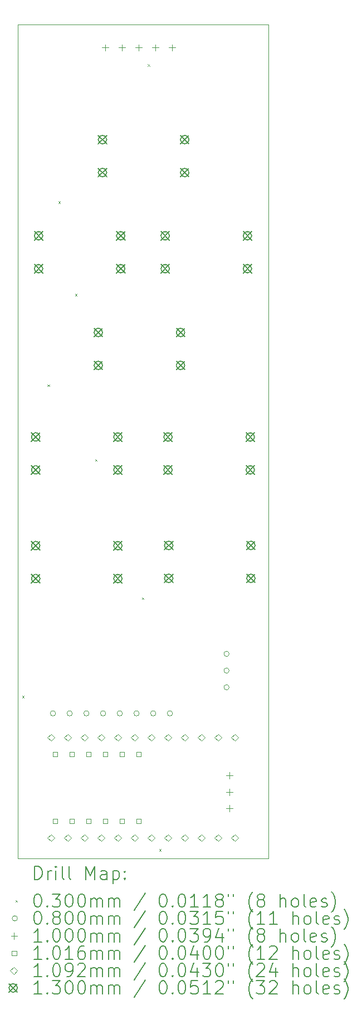
<source format=gbr>
%TF.GenerationSoftware,KiCad,Pcbnew,8.0.6*%
%TF.CreationDate,2025-02-23T20:39:57-06:00*%
%TF.ProjectId,fullycustomcontrolle one handv3c,66756c6c-7963-4757-9374-6f6d636f6e74,rev?*%
%TF.SameCoordinates,Original*%
%TF.FileFunction,Drillmap*%
%TF.FilePolarity,Positive*%
%FSLAX45Y45*%
G04 Gerber Fmt 4.5, Leading zero omitted, Abs format (unit mm)*
G04 Created by KiCad (PCBNEW 8.0.6) date 2025-02-23 20:39:57*
%MOMM*%
%LPD*%
G01*
G04 APERTURE LIST*
%ADD10C,0.050000*%
%ADD11C,0.200000*%
%ADD12C,0.100000*%
%ADD13C,0.101600*%
%ADD14C,0.109220*%
%ADD15C,0.130000*%
G04 APERTURE END LIST*
D10*
X17780000Y-2313500D02*
X21590000Y-2313500D01*
X21590000Y-14986000D01*
X17780000Y-14986000D01*
X17780000Y-2313500D01*
D11*
D12*
X17848830Y-12510090D02*
X17878830Y-12540090D01*
X17878830Y-12510090D02*
X17848830Y-12540090D01*
X18232420Y-7784570D02*
X18262420Y-7814570D01*
X18262420Y-7784570D02*
X18232420Y-7814570D01*
X18399750Y-5000100D02*
X18429750Y-5030100D01*
X18429750Y-5000100D02*
X18399750Y-5030100D01*
X18654000Y-6405360D02*
X18684000Y-6435360D01*
X18684000Y-6405360D02*
X18654000Y-6435360D01*
X18957170Y-8918860D02*
X18987170Y-8948860D01*
X18987170Y-8918860D02*
X18957170Y-8948860D01*
X19666680Y-11018710D02*
X19696680Y-11048710D01*
X19696680Y-11018710D02*
X19666680Y-11048710D01*
X19755260Y-2918520D02*
X19785260Y-2948520D01*
X19785260Y-2918520D02*
X19755260Y-2948520D01*
X19929080Y-14841840D02*
X19959080Y-14871840D01*
X19959080Y-14841840D02*
X19929080Y-14871840D01*
X18357000Y-12778500D02*
G75*
G02*
X18277000Y-12778500I-40000J0D01*
G01*
X18277000Y-12778500D02*
G75*
G02*
X18357000Y-12778500I40000J0D01*
G01*
X18611000Y-12778500D02*
G75*
G02*
X18531000Y-12778500I-40000J0D01*
G01*
X18531000Y-12778500D02*
G75*
G02*
X18611000Y-12778500I40000J0D01*
G01*
X18865000Y-12778500D02*
G75*
G02*
X18785000Y-12778500I-40000J0D01*
G01*
X18785000Y-12778500D02*
G75*
G02*
X18865000Y-12778500I40000J0D01*
G01*
X19119000Y-12778500D02*
G75*
G02*
X19039000Y-12778500I-40000J0D01*
G01*
X19039000Y-12778500D02*
G75*
G02*
X19119000Y-12778500I40000J0D01*
G01*
X19373000Y-12778500D02*
G75*
G02*
X19293000Y-12778500I-40000J0D01*
G01*
X19293000Y-12778500D02*
G75*
G02*
X19373000Y-12778500I40000J0D01*
G01*
X19627000Y-12778500D02*
G75*
G02*
X19547000Y-12778500I-40000J0D01*
G01*
X19547000Y-12778500D02*
G75*
G02*
X19627000Y-12778500I40000J0D01*
G01*
X19881000Y-12778500D02*
G75*
G02*
X19801000Y-12778500I-40000J0D01*
G01*
X19801000Y-12778500D02*
G75*
G02*
X19881000Y-12778500I40000J0D01*
G01*
X20135000Y-12778500D02*
G75*
G02*
X20055000Y-12778500I-40000J0D01*
G01*
X20055000Y-12778500D02*
G75*
G02*
X20135000Y-12778500I40000J0D01*
G01*
X20995000Y-11874500D02*
G75*
G02*
X20915000Y-11874500I-40000J0D01*
G01*
X20915000Y-11874500D02*
G75*
G02*
X20995000Y-11874500I40000J0D01*
G01*
X20995000Y-12128500D02*
G75*
G02*
X20915000Y-12128500I-40000J0D01*
G01*
X20915000Y-12128500D02*
G75*
G02*
X20995000Y-12128500I40000J0D01*
G01*
X20995000Y-12382500D02*
G75*
G02*
X20915000Y-12382500I-40000J0D01*
G01*
X20915000Y-12382500D02*
G75*
G02*
X20995000Y-12382500I40000J0D01*
G01*
X19113500Y-2617000D02*
X19113500Y-2717000D01*
X19063500Y-2667000D02*
X19163500Y-2667000D01*
X19367500Y-2617000D02*
X19367500Y-2717000D01*
X19317500Y-2667000D02*
X19417500Y-2667000D01*
X19621500Y-2617000D02*
X19621500Y-2717000D01*
X19571500Y-2667000D02*
X19671500Y-2667000D01*
X19875500Y-2617000D02*
X19875500Y-2717000D01*
X19825500Y-2667000D02*
X19925500Y-2667000D01*
X20129500Y-2617000D02*
X20129500Y-2717000D01*
X20079500Y-2667000D02*
X20179500Y-2667000D01*
X21000500Y-13671000D02*
X21000500Y-13771000D01*
X20950500Y-13721000D02*
X21050500Y-13721000D01*
X21000500Y-13925000D02*
X21000500Y-14025000D01*
X20950500Y-13975000D02*
X21050500Y-13975000D01*
X21000500Y-14170000D02*
X21000500Y-14270000D01*
X20950500Y-14220000D02*
X21050500Y-14220000D01*
D13*
X18387421Y-13434421D02*
X18387421Y-13362579D01*
X18315579Y-13362579D01*
X18315579Y-13434421D01*
X18387421Y-13434421D01*
X18387421Y-14450421D02*
X18387421Y-14378579D01*
X18315579Y-14378579D01*
X18315579Y-14450421D01*
X18387421Y-14450421D01*
X18641421Y-13434421D02*
X18641421Y-13362579D01*
X18569579Y-13362579D01*
X18569579Y-13434421D01*
X18641421Y-13434421D01*
X18641421Y-14450421D02*
X18641421Y-14378579D01*
X18569579Y-14378579D01*
X18569579Y-14450421D01*
X18641421Y-14450421D01*
X18895421Y-13434421D02*
X18895421Y-13362579D01*
X18823579Y-13362579D01*
X18823579Y-13434421D01*
X18895421Y-13434421D01*
X18895421Y-14450421D02*
X18895421Y-14378579D01*
X18823579Y-14378579D01*
X18823579Y-14450421D01*
X18895421Y-14450421D01*
X19149421Y-13434421D02*
X19149421Y-13362579D01*
X19077579Y-13362579D01*
X19077579Y-13434421D01*
X19149421Y-13434421D01*
X19149421Y-14450421D02*
X19149421Y-14378579D01*
X19077579Y-14378579D01*
X19077579Y-14450421D01*
X19149421Y-14450421D01*
X19403421Y-13434421D02*
X19403421Y-13362579D01*
X19331579Y-13362579D01*
X19331579Y-13434421D01*
X19403421Y-13434421D01*
X19403421Y-14450421D02*
X19403421Y-14378579D01*
X19331579Y-14378579D01*
X19331579Y-14450421D01*
X19403421Y-14450421D01*
X19657421Y-13434421D02*
X19657421Y-13362579D01*
X19585579Y-13362579D01*
X19585579Y-13434421D01*
X19657421Y-13434421D01*
X19657421Y-14450421D02*
X19657421Y-14378579D01*
X19585579Y-14378579D01*
X19585579Y-14450421D01*
X19657421Y-14450421D01*
D14*
X18288000Y-13199110D02*
X18342610Y-13144500D01*
X18288000Y-13089890D01*
X18233390Y-13144500D01*
X18288000Y-13199110D01*
X18288000Y-14723110D02*
X18342610Y-14668500D01*
X18288000Y-14613890D01*
X18233390Y-14668500D01*
X18288000Y-14723110D01*
X18542000Y-13199110D02*
X18596610Y-13144500D01*
X18542000Y-13089890D01*
X18487390Y-13144500D01*
X18542000Y-13199110D01*
X18542000Y-14723110D02*
X18596610Y-14668500D01*
X18542000Y-14613890D01*
X18487390Y-14668500D01*
X18542000Y-14723110D01*
X18796000Y-13199110D02*
X18850610Y-13144500D01*
X18796000Y-13089890D01*
X18741390Y-13144500D01*
X18796000Y-13199110D01*
X18796000Y-14723110D02*
X18850610Y-14668500D01*
X18796000Y-14613890D01*
X18741390Y-14668500D01*
X18796000Y-14723110D01*
X19050000Y-13199110D02*
X19104610Y-13144500D01*
X19050000Y-13089890D01*
X18995390Y-13144500D01*
X19050000Y-13199110D01*
X19050000Y-14723110D02*
X19104610Y-14668500D01*
X19050000Y-14613890D01*
X18995390Y-14668500D01*
X19050000Y-14723110D01*
X19304000Y-13199110D02*
X19358610Y-13144500D01*
X19304000Y-13089890D01*
X19249390Y-13144500D01*
X19304000Y-13199110D01*
X19304000Y-14723110D02*
X19358610Y-14668500D01*
X19304000Y-14613890D01*
X19249390Y-14668500D01*
X19304000Y-14723110D01*
X19558000Y-13199110D02*
X19612610Y-13144500D01*
X19558000Y-13089890D01*
X19503390Y-13144500D01*
X19558000Y-13199110D01*
X19558000Y-14723110D02*
X19612610Y-14668500D01*
X19558000Y-14613890D01*
X19503390Y-14668500D01*
X19558000Y-14723110D01*
X19812000Y-13199110D02*
X19866610Y-13144500D01*
X19812000Y-13089890D01*
X19757390Y-13144500D01*
X19812000Y-13199110D01*
X19812000Y-14723110D02*
X19866610Y-14668500D01*
X19812000Y-14613890D01*
X19757390Y-14668500D01*
X19812000Y-14723110D01*
X20066000Y-13199110D02*
X20120610Y-13144500D01*
X20066000Y-13089890D01*
X20011390Y-13144500D01*
X20066000Y-13199110D01*
X20066000Y-14723110D02*
X20120610Y-14668500D01*
X20066000Y-14613890D01*
X20011390Y-14668500D01*
X20066000Y-14723110D01*
X20320000Y-13199110D02*
X20374610Y-13144500D01*
X20320000Y-13089890D01*
X20265390Y-13144500D01*
X20320000Y-13199110D01*
X20320000Y-14723110D02*
X20374610Y-14668500D01*
X20320000Y-14613890D01*
X20265390Y-14668500D01*
X20320000Y-14723110D01*
X20574000Y-13199110D02*
X20628610Y-13144500D01*
X20574000Y-13089890D01*
X20519390Y-13144500D01*
X20574000Y-13199110D01*
X20574000Y-14723110D02*
X20628610Y-14668500D01*
X20574000Y-14613890D01*
X20519390Y-14668500D01*
X20574000Y-14723110D01*
X20828000Y-13199110D02*
X20882610Y-13144500D01*
X20828000Y-13089890D01*
X20773390Y-13144500D01*
X20828000Y-13199110D01*
X20828000Y-14723110D02*
X20882610Y-14668500D01*
X20828000Y-14613890D01*
X20773390Y-14668500D01*
X20828000Y-14723110D01*
X21082000Y-13199110D02*
X21136610Y-13144500D01*
X21082000Y-13089890D01*
X21027390Y-13144500D01*
X21082000Y-13199110D01*
X21082000Y-14723110D02*
X21136610Y-14668500D01*
X21082000Y-14613890D01*
X21027390Y-14668500D01*
X21082000Y-14723110D01*
D15*
X17989000Y-8515500D02*
X18119000Y-8645500D01*
X18119000Y-8515500D02*
X17989000Y-8645500D01*
X18119000Y-8580500D02*
G75*
G02*
X17989000Y-8580500I-65000J0D01*
G01*
X17989000Y-8580500D02*
G75*
G02*
X18119000Y-8580500I65000J0D01*
G01*
X17989000Y-9015500D02*
X18119000Y-9145500D01*
X18119000Y-9015500D02*
X17989000Y-9145500D01*
X18119000Y-9080500D02*
G75*
G02*
X17989000Y-9080500I-65000J0D01*
G01*
X17989000Y-9080500D02*
G75*
G02*
X18119000Y-9080500I65000J0D01*
G01*
X17989000Y-10166500D02*
X18119000Y-10296500D01*
X18119000Y-10166500D02*
X17989000Y-10296500D01*
X18119000Y-10231500D02*
G75*
G02*
X17989000Y-10231500I-65000J0D01*
G01*
X17989000Y-10231500D02*
G75*
G02*
X18119000Y-10231500I65000J0D01*
G01*
X17989000Y-10666500D02*
X18119000Y-10796500D01*
X18119000Y-10666500D02*
X17989000Y-10796500D01*
X18119000Y-10731500D02*
G75*
G02*
X17989000Y-10731500I-65000J0D01*
G01*
X17989000Y-10731500D02*
G75*
G02*
X18119000Y-10731500I65000J0D01*
G01*
X18032500Y-5459500D02*
X18162500Y-5589500D01*
X18162500Y-5459500D02*
X18032500Y-5589500D01*
X18162500Y-5524500D02*
G75*
G02*
X18032500Y-5524500I-65000J0D01*
G01*
X18032500Y-5524500D02*
G75*
G02*
X18162500Y-5524500I65000J0D01*
G01*
X18032500Y-5959500D02*
X18162500Y-6089500D01*
X18162500Y-5959500D02*
X18032500Y-6089500D01*
X18162500Y-6024500D02*
G75*
G02*
X18032500Y-6024500I-65000J0D01*
G01*
X18032500Y-6024500D02*
G75*
G02*
X18162500Y-6024500I65000J0D01*
G01*
X18941500Y-6928000D02*
X19071500Y-7058000D01*
X19071500Y-6928000D02*
X18941500Y-7058000D01*
X19071500Y-6993000D02*
G75*
G02*
X18941500Y-6993000I-65000J0D01*
G01*
X18941500Y-6993000D02*
G75*
G02*
X19071500Y-6993000I65000J0D01*
G01*
X18941500Y-7428000D02*
X19071500Y-7558000D01*
X19071500Y-7428000D02*
X18941500Y-7558000D01*
X19071500Y-7493000D02*
G75*
G02*
X18941500Y-7493000I-65000J0D01*
G01*
X18941500Y-7493000D02*
G75*
G02*
X19071500Y-7493000I65000J0D01*
G01*
X19005000Y-3999000D02*
X19135000Y-4129000D01*
X19135000Y-3999000D02*
X19005000Y-4129000D01*
X19135000Y-4064000D02*
G75*
G02*
X19005000Y-4064000I-65000J0D01*
G01*
X19005000Y-4064000D02*
G75*
G02*
X19135000Y-4064000I65000J0D01*
G01*
X19005000Y-4499000D02*
X19135000Y-4629000D01*
X19135000Y-4499000D02*
X19005000Y-4629000D01*
X19135000Y-4564000D02*
G75*
G02*
X19005000Y-4564000I-65000J0D01*
G01*
X19005000Y-4564000D02*
G75*
G02*
X19135000Y-4564000I65000J0D01*
G01*
X19239000Y-8515500D02*
X19369000Y-8645500D01*
X19369000Y-8515500D02*
X19239000Y-8645500D01*
X19369000Y-8580500D02*
G75*
G02*
X19239000Y-8580500I-65000J0D01*
G01*
X19239000Y-8580500D02*
G75*
G02*
X19369000Y-8580500I65000J0D01*
G01*
X19239000Y-9015500D02*
X19369000Y-9145500D01*
X19369000Y-9015500D02*
X19239000Y-9145500D01*
X19369000Y-9080500D02*
G75*
G02*
X19239000Y-9080500I-65000J0D01*
G01*
X19239000Y-9080500D02*
G75*
G02*
X19369000Y-9080500I65000J0D01*
G01*
X19239000Y-10166500D02*
X19369000Y-10296500D01*
X19369000Y-10166500D02*
X19239000Y-10296500D01*
X19369000Y-10231500D02*
G75*
G02*
X19239000Y-10231500I-65000J0D01*
G01*
X19239000Y-10231500D02*
G75*
G02*
X19369000Y-10231500I65000J0D01*
G01*
X19239000Y-10666500D02*
X19369000Y-10796500D01*
X19369000Y-10666500D02*
X19239000Y-10796500D01*
X19369000Y-10731500D02*
G75*
G02*
X19239000Y-10731500I-65000J0D01*
G01*
X19239000Y-10731500D02*
G75*
G02*
X19369000Y-10731500I65000J0D01*
G01*
X19282500Y-5459500D02*
X19412500Y-5589500D01*
X19412500Y-5459500D02*
X19282500Y-5589500D01*
X19412500Y-5524500D02*
G75*
G02*
X19282500Y-5524500I-65000J0D01*
G01*
X19282500Y-5524500D02*
G75*
G02*
X19412500Y-5524500I65000J0D01*
G01*
X19282500Y-5959500D02*
X19412500Y-6089500D01*
X19412500Y-5959500D02*
X19282500Y-6089500D01*
X19412500Y-6024500D02*
G75*
G02*
X19282500Y-6024500I-65000J0D01*
G01*
X19282500Y-6024500D02*
G75*
G02*
X19412500Y-6024500I65000J0D01*
G01*
X19957500Y-5459500D02*
X20087500Y-5589500D01*
X20087500Y-5459500D02*
X19957500Y-5589500D01*
X20087500Y-5524500D02*
G75*
G02*
X19957500Y-5524500I-65000J0D01*
G01*
X19957500Y-5524500D02*
G75*
G02*
X20087500Y-5524500I65000J0D01*
G01*
X19957500Y-5959500D02*
X20087500Y-6089500D01*
X20087500Y-5959500D02*
X19957500Y-6089500D01*
X20087500Y-6024500D02*
G75*
G02*
X19957500Y-6024500I-65000J0D01*
G01*
X19957500Y-6024500D02*
G75*
G02*
X20087500Y-6024500I65000J0D01*
G01*
X20001000Y-8515500D02*
X20131000Y-8645500D01*
X20131000Y-8515500D02*
X20001000Y-8645500D01*
X20131000Y-8580500D02*
G75*
G02*
X20001000Y-8580500I-65000J0D01*
G01*
X20001000Y-8580500D02*
G75*
G02*
X20131000Y-8580500I65000J0D01*
G01*
X20001000Y-9015500D02*
X20131000Y-9145500D01*
X20131000Y-9015500D02*
X20001000Y-9145500D01*
X20131000Y-9080500D02*
G75*
G02*
X20001000Y-9080500I-65000J0D01*
G01*
X20001000Y-9080500D02*
G75*
G02*
X20131000Y-9080500I65000J0D01*
G01*
X20011000Y-10162500D02*
X20141000Y-10292500D01*
X20141000Y-10162500D02*
X20011000Y-10292500D01*
X20141000Y-10227500D02*
G75*
G02*
X20011000Y-10227500I-65000J0D01*
G01*
X20011000Y-10227500D02*
G75*
G02*
X20141000Y-10227500I65000J0D01*
G01*
X20011000Y-10662500D02*
X20141000Y-10792500D01*
X20141000Y-10662500D02*
X20011000Y-10792500D01*
X20141000Y-10727500D02*
G75*
G02*
X20011000Y-10727500I-65000J0D01*
G01*
X20011000Y-10727500D02*
G75*
G02*
X20141000Y-10727500I65000J0D01*
G01*
X20191500Y-6928000D02*
X20321500Y-7058000D01*
X20321500Y-6928000D02*
X20191500Y-7058000D01*
X20321500Y-6993000D02*
G75*
G02*
X20191500Y-6993000I-65000J0D01*
G01*
X20191500Y-6993000D02*
G75*
G02*
X20321500Y-6993000I65000J0D01*
G01*
X20191500Y-7428000D02*
X20321500Y-7558000D01*
X20321500Y-7428000D02*
X20191500Y-7558000D01*
X20321500Y-7493000D02*
G75*
G02*
X20191500Y-7493000I-65000J0D01*
G01*
X20191500Y-7493000D02*
G75*
G02*
X20321500Y-7493000I65000J0D01*
G01*
X20255000Y-3999000D02*
X20385000Y-4129000D01*
X20385000Y-3999000D02*
X20255000Y-4129000D01*
X20385000Y-4064000D02*
G75*
G02*
X20255000Y-4064000I-65000J0D01*
G01*
X20255000Y-4064000D02*
G75*
G02*
X20385000Y-4064000I65000J0D01*
G01*
X20255000Y-4499000D02*
X20385000Y-4629000D01*
X20385000Y-4499000D02*
X20255000Y-4629000D01*
X20385000Y-4564000D02*
G75*
G02*
X20255000Y-4564000I-65000J0D01*
G01*
X20255000Y-4564000D02*
G75*
G02*
X20385000Y-4564000I65000J0D01*
G01*
X21207500Y-5459500D02*
X21337500Y-5589500D01*
X21337500Y-5459500D02*
X21207500Y-5589500D01*
X21337500Y-5524500D02*
G75*
G02*
X21207500Y-5524500I-65000J0D01*
G01*
X21207500Y-5524500D02*
G75*
G02*
X21337500Y-5524500I65000J0D01*
G01*
X21207500Y-5959500D02*
X21337500Y-6089500D01*
X21337500Y-5959500D02*
X21207500Y-6089500D01*
X21337500Y-6024500D02*
G75*
G02*
X21207500Y-6024500I-65000J0D01*
G01*
X21207500Y-6024500D02*
G75*
G02*
X21337500Y-6024500I65000J0D01*
G01*
X21251000Y-8515500D02*
X21381000Y-8645500D01*
X21381000Y-8515500D02*
X21251000Y-8645500D01*
X21381000Y-8580500D02*
G75*
G02*
X21251000Y-8580500I-65000J0D01*
G01*
X21251000Y-8580500D02*
G75*
G02*
X21381000Y-8580500I65000J0D01*
G01*
X21251000Y-9015500D02*
X21381000Y-9145500D01*
X21381000Y-9015500D02*
X21251000Y-9145500D01*
X21381000Y-9080500D02*
G75*
G02*
X21251000Y-9080500I-65000J0D01*
G01*
X21251000Y-9080500D02*
G75*
G02*
X21381000Y-9080500I65000J0D01*
G01*
X21261000Y-10162500D02*
X21391000Y-10292500D01*
X21391000Y-10162500D02*
X21261000Y-10292500D01*
X21391000Y-10227500D02*
G75*
G02*
X21261000Y-10227500I-65000J0D01*
G01*
X21261000Y-10227500D02*
G75*
G02*
X21391000Y-10227500I65000J0D01*
G01*
X21261000Y-10662500D02*
X21391000Y-10792500D01*
X21391000Y-10662500D02*
X21261000Y-10792500D01*
X21391000Y-10727500D02*
G75*
G02*
X21261000Y-10727500I-65000J0D01*
G01*
X21261000Y-10727500D02*
G75*
G02*
X21391000Y-10727500I65000J0D01*
G01*
D11*
X18038277Y-15299984D02*
X18038277Y-15099984D01*
X18038277Y-15099984D02*
X18085896Y-15099984D01*
X18085896Y-15099984D02*
X18114467Y-15109508D01*
X18114467Y-15109508D02*
X18133515Y-15128555D01*
X18133515Y-15128555D02*
X18143039Y-15147603D01*
X18143039Y-15147603D02*
X18152563Y-15185698D01*
X18152563Y-15185698D02*
X18152563Y-15214269D01*
X18152563Y-15214269D02*
X18143039Y-15252365D01*
X18143039Y-15252365D02*
X18133515Y-15271412D01*
X18133515Y-15271412D02*
X18114467Y-15290460D01*
X18114467Y-15290460D02*
X18085896Y-15299984D01*
X18085896Y-15299984D02*
X18038277Y-15299984D01*
X18238277Y-15299984D02*
X18238277Y-15166650D01*
X18238277Y-15204746D02*
X18247801Y-15185698D01*
X18247801Y-15185698D02*
X18257324Y-15176174D01*
X18257324Y-15176174D02*
X18276372Y-15166650D01*
X18276372Y-15166650D02*
X18295420Y-15166650D01*
X18362086Y-15299984D02*
X18362086Y-15166650D01*
X18362086Y-15099984D02*
X18352563Y-15109508D01*
X18352563Y-15109508D02*
X18362086Y-15119031D01*
X18362086Y-15119031D02*
X18371610Y-15109508D01*
X18371610Y-15109508D02*
X18362086Y-15099984D01*
X18362086Y-15099984D02*
X18362086Y-15119031D01*
X18485896Y-15299984D02*
X18466848Y-15290460D01*
X18466848Y-15290460D02*
X18457324Y-15271412D01*
X18457324Y-15271412D02*
X18457324Y-15099984D01*
X18590658Y-15299984D02*
X18571610Y-15290460D01*
X18571610Y-15290460D02*
X18562086Y-15271412D01*
X18562086Y-15271412D02*
X18562086Y-15099984D01*
X18819229Y-15299984D02*
X18819229Y-15099984D01*
X18819229Y-15099984D02*
X18885896Y-15242841D01*
X18885896Y-15242841D02*
X18952563Y-15099984D01*
X18952563Y-15099984D02*
X18952563Y-15299984D01*
X19133515Y-15299984D02*
X19133515Y-15195222D01*
X19133515Y-15195222D02*
X19123991Y-15176174D01*
X19123991Y-15176174D02*
X19104944Y-15166650D01*
X19104944Y-15166650D02*
X19066848Y-15166650D01*
X19066848Y-15166650D02*
X19047801Y-15176174D01*
X19133515Y-15290460D02*
X19114467Y-15299984D01*
X19114467Y-15299984D02*
X19066848Y-15299984D01*
X19066848Y-15299984D02*
X19047801Y-15290460D01*
X19047801Y-15290460D02*
X19038277Y-15271412D01*
X19038277Y-15271412D02*
X19038277Y-15252365D01*
X19038277Y-15252365D02*
X19047801Y-15233317D01*
X19047801Y-15233317D02*
X19066848Y-15223793D01*
X19066848Y-15223793D02*
X19114467Y-15223793D01*
X19114467Y-15223793D02*
X19133515Y-15214269D01*
X19228753Y-15166650D02*
X19228753Y-15366650D01*
X19228753Y-15176174D02*
X19247801Y-15166650D01*
X19247801Y-15166650D02*
X19285896Y-15166650D01*
X19285896Y-15166650D02*
X19304944Y-15176174D01*
X19304944Y-15176174D02*
X19314467Y-15185698D01*
X19314467Y-15185698D02*
X19323991Y-15204746D01*
X19323991Y-15204746D02*
X19323991Y-15261888D01*
X19323991Y-15261888D02*
X19314467Y-15280936D01*
X19314467Y-15280936D02*
X19304944Y-15290460D01*
X19304944Y-15290460D02*
X19285896Y-15299984D01*
X19285896Y-15299984D02*
X19247801Y-15299984D01*
X19247801Y-15299984D02*
X19228753Y-15290460D01*
X19409705Y-15280936D02*
X19419229Y-15290460D01*
X19419229Y-15290460D02*
X19409705Y-15299984D01*
X19409705Y-15299984D02*
X19400182Y-15290460D01*
X19400182Y-15290460D02*
X19409705Y-15280936D01*
X19409705Y-15280936D02*
X19409705Y-15299984D01*
X19409705Y-15176174D02*
X19419229Y-15185698D01*
X19419229Y-15185698D02*
X19409705Y-15195222D01*
X19409705Y-15195222D02*
X19400182Y-15185698D01*
X19400182Y-15185698D02*
X19409705Y-15176174D01*
X19409705Y-15176174D02*
X19409705Y-15195222D01*
D12*
X17747500Y-15613500D02*
X17777500Y-15643500D01*
X17777500Y-15613500D02*
X17747500Y-15643500D01*
D11*
X18076372Y-15519984D02*
X18095420Y-15519984D01*
X18095420Y-15519984D02*
X18114467Y-15529508D01*
X18114467Y-15529508D02*
X18123991Y-15539031D01*
X18123991Y-15539031D02*
X18133515Y-15558079D01*
X18133515Y-15558079D02*
X18143039Y-15596174D01*
X18143039Y-15596174D02*
X18143039Y-15643793D01*
X18143039Y-15643793D02*
X18133515Y-15681888D01*
X18133515Y-15681888D02*
X18123991Y-15700936D01*
X18123991Y-15700936D02*
X18114467Y-15710460D01*
X18114467Y-15710460D02*
X18095420Y-15719984D01*
X18095420Y-15719984D02*
X18076372Y-15719984D01*
X18076372Y-15719984D02*
X18057324Y-15710460D01*
X18057324Y-15710460D02*
X18047801Y-15700936D01*
X18047801Y-15700936D02*
X18038277Y-15681888D01*
X18038277Y-15681888D02*
X18028753Y-15643793D01*
X18028753Y-15643793D02*
X18028753Y-15596174D01*
X18028753Y-15596174D02*
X18038277Y-15558079D01*
X18038277Y-15558079D02*
X18047801Y-15539031D01*
X18047801Y-15539031D02*
X18057324Y-15529508D01*
X18057324Y-15529508D02*
X18076372Y-15519984D01*
X18228753Y-15700936D02*
X18238277Y-15710460D01*
X18238277Y-15710460D02*
X18228753Y-15719984D01*
X18228753Y-15719984D02*
X18219229Y-15710460D01*
X18219229Y-15710460D02*
X18228753Y-15700936D01*
X18228753Y-15700936D02*
X18228753Y-15719984D01*
X18304944Y-15519984D02*
X18428753Y-15519984D01*
X18428753Y-15519984D02*
X18362086Y-15596174D01*
X18362086Y-15596174D02*
X18390658Y-15596174D01*
X18390658Y-15596174D02*
X18409705Y-15605698D01*
X18409705Y-15605698D02*
X18419229Y-15615222D01*
X18419229Y-15615222D02*
X18428753Y-15634269D01*
X18428753Y-15634269D02*
X18428753Y-15681888D01*
X18428753Y-15681888D02*
X18419229Y-15700936D01*
X18419229Y-15700936D02*
X18409705Y-15710460D01*
X18409705Y-15710460D02*
X18390658Y-15719984D01*
X18390658Y-15719984D02*
X18333515Y-15719984D01*
X18333515Y-15719984D02*
X18314467Y-15710460D01*
X18314467Y-15710460D02*
X18304944Y-15700936D01*
X18552563Y-15519984D02*
X18571610Y-15519984D01*
X18571610Y-15519984D02*
X18590658Y-15529508D01*
X18590658Y-15529508D02*
X18600182Y-15539031D01*
X18600182Y-15539031D02*
X18609705Y-15558079D01*
X18609705Y-15558079D02*
X18619229Y-15596174D01*
X18619229Y-15596174D02*
X18619229Y-15643793D01*
X18619229Y-15643793D02*
X18609705Y-15681888D01*
X18609705Y-15681888D02*
X18600182Y-15700936D01*
X18600182Y-15700936D02*
X18590658Y-15710460D01*
X18590658Y-15710460D02*
X18571610Y-15719984D01*
X18571610Y-15719984D02*
X18552563Y-15719984D01*
X18552563Y-15719984D02*
X18533515Y-15710460D01*
X18533515Y-15710460D02*
X18523991Y-15700936D01*
X18523991Y-15700936D02*
X18514467Y-15681888D01*
X18514467Y-15681888D02*
X18504944Y-15643793D01*
X18504944Y-15643793D02*
X18504944Y-15596174D01*
X18504944Y-15596174D02*
X18514467Y-15558079D01*
X18514467Y-15558079D02*
X18523991Y-15539031D01*
X18523991Y-15539031D02*
X18533515Y-15529508D01*
X18533515Y-15529508D02*
X18552563Y-15519984D01*
X18743039Y-15519984D02*
X18762086Y-15519984D01*
X18762086Y-15519984D02*
X18781134Y-15529508D01*
X18781134Y-15529508D02*
X18790658Y-15539031D01*
X18790658Y-15539031D02*
X18800182Y-15558079D01*
X18800182Y-15558079D02*
X18809705Y-15596174D01*
X18809705Y-15596174D02*
X18809705Y-15643793D01*
X18809705Y-15643793D02*
X18800182Y-15681888D01*
X18800182Y-15681888D02*
X18790658Y-15700936D01*
X18790658Y-15700936D02*
X18781134Y-15710460D01*
X18781134Y-15710460D02*
X18762086Y-15719984D01*
X18762086Y-15719984D02*
X18743039Y-15719984D01*
X18743039Y-15719984D02*
X18723991Y-15710460D01*
X18723991Y-15710460D02*
X18714467Y-15700936D01*
X18714467Y-15700936D02*
X18704944Y-15681888D01*
X18704944Y-15681888D02*
X18695420Y-15643793D01*
X18695420Y-15643793D02*
X18695420Y-15596174D01*
X18695420Y-15596174D02*
X18704944Y-15558079D01*
X18704944Y-15558079D02*
X18714467Y-15539031D01*
X18714467Y-15539031D02*
X18723991Y-15529508D01*
X18723991Y-15529508D02*
X18743039Y-15519984D01*
X18895420Y-15719984D02*
X18895420Y-15586650D01*
X18895420Y-15605698D02*
X18904944Y-15596174D01*
X18904944Y-15596174D02*
X18923991Y-15586650D01*
X18923991Y-15586650D02*
X18952563Y-15586650D01*
X18952563Y-15586650D02*
X18971610Y-15596174D01*
X18971610Y-15596174D02*
X18981134Y-15615222D01*
X18981134Y-15615222D02*
X18981134Y-15719984D01*
X18981134Y-15615222D02*
X18990658Y-15596174D01*
X18990658Y-15596174D02*
X19009705Y-15586650D01*
X19009705Y-15586650D02*
X19038277Y-15586650D01*
X19038277Y-15586650D02*
X19057325Y-15596174D01*
X19057325Y-15596174D02*
X19066848Y-15615222D01*
X19066848Y-15615222D02*
X19066848Y-15719984D01*
X19162086Y-15719984D02*
X19162086Y-15586650D01*
X19162086Y-15605698D02*
X19171610Y-15596174D01*
X19171610Y-15596174D02*
X19190658Y-15586650D01*
X19190658Y-15586650D02*
X19219229Y-15586650D01*
X19219229Y-15586650D02*
X19238277Y-15596174D01*
X19238277Y-15596174D02*
X19247801Y-15615222D01*
X19247801Y-15615222D02*
X19247801Y-15719984D01*
X19247801Y-15615222D02*
X19257325Y-15596174D01*
X19257325Y-15596174D02*
X19276372Y-15586650D01*
X19276372Y-15586650D02*
X19304944Y-15586650D01*
X19304944Y-15586650D02*
X19323991Y-15596174D01*
X19323991Y-15596174D02*
X19333515Y-15615222D01*
X19333515Y-15615222D02*
X19333515Y-15719984D01*
X19723991Y-15510460D02*
X19552563Y-15767603D01*
X19981134Y-15519984D02*
X20000182Y-15519984D01*
X20000182Y-15519984D02*
X20019229Y-15529508D01*
X20019229Y-15529508D02*
X20028753Y-15539031D01*
X20028753Y-15539031D02*
X20038277Y-15558079D01*
X20038277Y-15558079D02*
X20047801Y-15596174D01*
X20047801Y-15596174D02*
X20047801Y-15643793D01*
X20047801Y-15643793D02*
X20038277Y-15681888D01*
X20038277Y-15681888D02*
X20028753Y-15700936D01*
X20028753Y-15700936D02*
X20019229Y-15710460D01*
X20019229Y-15710460D02*
X20000182Y-15719984D01*
X20000182Y-15719984D02*
X19981134Y-15719984D01*
X19981134Y-15719984D02*
X19962087Y-15710460D01*
X19962087Y-15710460D02*
X19952563Y-15700936D01*
X19952563Y-15700936D02*
X19943039Y-15681888D01*
X19943039Y-15681888D02*
X19933515Y-15643793D01*
X19933515Y-15643793D02*
X19933515Y-15596174D01*
X19933515Y-15596174D02*
X19943039Y-15558079D01*
X19943039Y-15558079D02*
X19952563Y-15539031D01*
X19952563Y-15539031D02*
X19962087Y-15529508D01*
X19962087Y-15529508D02*
X19981134Y-15519984D01*
X20133515Y-15700936D02*
X20143039Y-15710460D01*
X20143039Y-15710460D02*
X20133515Y-15719984D01*
X20133515Y-15719984D02*
X20123991Y-15710460D01*
X20123991Y-15710460D02*
X20133515Y-15700936D01*
X20133515Y-15700936D02*
X20133515Y-15719984D01*
X20266848Y-15519984D02*
X20285896Y-15519984D01*
X20285896Y-15519984D02*
X20304944Y-15529508D01*
X20304944Y-15529508D02*
X20314468Y-15539031D01*
X20314468Y-15539031D02*
X20323991Y-15558079D01*
X20323991Y-15558079D02*
X20333515Y-15596174D01*
X20333515Y-15596174D02*
X20333515Y-15643793D01*
X20333515Y-15643793D02*
X20323991Y-15681888D01*
X20323991Y-15681888D02*
X20314468Y-15700936D01*
X20314468Y-15700936D02*
X20304944Y-15710460D01*
X20304944Y-15710460D02*
X20285896Y-15719984D01*
X20285896Y-15719984D02*
X20266848Y-15719984D01*
X20266848Y-15719984D02*
X20247801Y-15710460D01*
X20247801Y-15710460D02*
X20238277Y-15700936D01*
X20238277Y-15700936D02*
X20228753Y-15681888D01*
X20228753Y-15681888D02*
X20219229Y-15643793D01*
X20219229Y-15643793D02*
X20219229Y-15596174D01*
X20219229Y-15596174D02*
X20228753Y-15558079D01*
X20228753Y-15558079D02*
X20238277Y-15539031D01*
X20238277Y-15539031D02*
X20247801Y-15529508D01*
X20247801Y-15529508D02*
X20266848Y-15519984D01*
X20523991Y-15719984D02*
X20409706Y-15719984D01*
X20466848Y-15719984D02*
X20466848Y-15519984D01*
X20466848Y-15519984D02*
X20447801Y-15548555D01*
X20447801Y-15548555D02*
X20428753Y-15567603D01*
X20428753Y-15567603D02*
X20409706Y-15577127D01*
X20714468Y-15719984D02*
X20600182Y-15719984D01*
X20657325Y-15719984D02*
X20657325Y-15519984D01*
X20657325Y-15519984D02*
X20638277Y-15548555D01*
X20638277Y-15548555D02*
X20619229Y-15567603D01*
X20619229Y-15567603D02*
X20600182Y-15577127D01*
X20828753Y-15605698D02*
X20809706Y-15596174D01*
X20809706Y-15596174D02*
X20800182Y-15586650D01*
X20800182Y-15586650D02*
X20790658Y-15567603D01*
X20790658Y-15567603D02*
X20790658Y-15558079D01*
X20790658Y-15558079D02*
X20800182Y-15539031D01*
X20800182Y-15539031D02*
X20809706Y-15529508D01*
X20809706Y-15529508D02*
X20828753Y-15519984D01*
X20828753Y-15519984D02*
X20866849Y-15519984D01*
X20866849Y-15519984D02*
X20885896Y-15529508D01*
X20885896Y-15529508D02*
X20895420Y-15539031D01*
X20895420Y-15539031D02*
X20904944Y-15558079D01*
X20904944Y-15558079D02*
X20904944Y-15567603D01*
X20904944Y-15567603D02*
X20895420Y-15586650D01*
X20895420Y-15586650D02*
X20885896Y-15596174D01*
X20885896Y-15596174D02*
X20866849Y-15605698D01*
X20866849Y-15605698D02*
X20828753Y-15605698D01*
X20828753Y-15605698D02*
X20809706Y-15615222D01*
X20809706Y-15615222D02*
X20800182Y-15624746D01*
X20800182Y-15624746D02*
X20790658Y-15643793D01*
X20790658Y-15643793D02*
X20790658Y-15681888D01*
X20790658Y-15681888D02*
X20800182Y-15700936D01*
X20800182Y-15700936D02*
X20809706Y-15710460D01*
X20809706Y-15710460D02*
X20828753Y-15719984D01*
X20828753Y-15719984D02*
X20866849Y-15719984D01*
X20866849Y-15719984D02*
X20885896Y-15710460D01*
X20885896Y-15710460D02*
X20895420Y-15700936D01*
X20895420Y-15700936D02*
X20904944Y-15681888D01*
X20904944Y-15681888D02*
X20904944Y-15643793D01*
X20904944Y-15643793D02*
X20895420Y-15624746D01*
X20895420Y-15624746D02*
X20885896Y-15615222D01*
X20885896Y-15615222D02*
X20866849Y-15605698D01*
X20981134Y-15519984D02*
X20981134Y-15558079D01*
X21057325Y-15519984D02*
X21057325Y-15558079D01*
X21352563Y-15796174D02*
X21343039Y-15786650D01*
X21343039Y-15786650D02*
X21323991Y-15758079D01*
X21323991Y-15758079D02*
X21314468Y-15739031D01*
X21314468Y-15739031D02*
X21304944Y-15710460D01*
X21304944Y-15710460D02*
X21295420Y-15662841D01*
X21295420Y-15662841D02*
X21295420Y-15624746D01*
X21295420Y-15624746D02*
X21304944Y-15577127D01*
X21304944Y-15577127D02*
X21314468Y-15548555D01*
X21314468Y-15548555D02*
X21323991Y-15529508D01*
X21323991Y-15529508D02*
X21343039Y-15500936D01*
X21343039Y-15500936D02*
X21352563Y-15491412D01*
X21457325Y-15605698D02*
X21438277Y-15596174D01*
X21438277Y-15596174D02*
X21428753Y-15586650D01*
X21428753Y-15586650D02*
X21419230Y-15567603D01*
X21419230Y-15567603D02*
X21419230Y-15558079D01*
X21419230Y-15558079D02*
X21428753Y-15539031D01*
X21428753Y-15539031D02*
X21438277Y-15529508D01*
X21438277Y-15529508D02*
X21457325Y-15519984D01*
X21457325Y-15519984D02*
X21495420Y-15519984D01*
X21495420Y-15519984D02*
X21514468Y-15529508D01*
X21514468Y-15529508D02*
X21523991Y-15539031D01*
X21523991Y-15539031D02*
X21533515Y-15558079D01*
X21533515Y-15558079D02*
X21533515Y-15567603D01*
X21533515Y-15567603D02*
X21523991Y-15586650D01*
X21523991Y-15586650D02*
X21514468Y-15596174D01*
X21514468Y-15596174D02*
X21495420Y-15605698D01*
X21495420Y-15605698D02*
X21457325Y-15605698D01*
X21457325Y-15605698D02*
X21438277Y-15615222D01*
X21438277Y-15615222D02*
X21428753Y-15624746D01*
X21428753Y-15624746D02*
X21419230Y-15643793D01*
X21419230Y-15643793D02*
X21419230Y-15681888D01*
X21419230Y-15681888D02*
X21428753Y-15700936D01*
X21428753Y-15700936D02*
X21438277Y-15710460D01*
X21438277Y-15710460D02*
X21457325Y-15719984D01*
X21457325Y-15719984D02*
X21495420Y-15719984D01*
X21495420Y-15719984D02*
X21514468Y-15710460D01*
X21514468Y-15710460D02*
X21523991Y-15700936D01*
X21523991Y-15700936D02*
X21533515Y-15681888D01*
X21533515Y-15681888D02*
X21533515Y-15643793D01*
X21533515Y-15643793D02*
X21523991Y-15624746D01*
X21523991Y-15624746D02*
X21514468Y-15615222D01*
X21514468Y-15615222D02*
X21495420Y-15605698D01*
X21771611Y-15719984D02*
X21771611Y-15519984D01*
X21857325Y-15719984D02*
X21857325Y-15615222D01*
X21857325Y-15615222D02*
X21847801Y-15596174D01*
X21847801Y-15596174D02*
X21828753Y-15586650D01*
X21828753Y-15586650D02*
X21800182Y-15586650D01*
X21800182Y-15586650D02*
X21781134Y-15596174D01*
X21781134Y-15596174D02*
X21771611Y-15605698D01*
X21981134Y-15719984D02*
X21962087Y-15710460D01*
X21962087Y-15710460D02*
X21952563Y-15700936D01*
X21952563Y-15700936D02*
X21943039Y-15681888D01*
X21943039Y-15681888D02*
X21943039Y-15624746D01*
X21943039Y-15624746D02*
X21952563Y-15605698D01*
X21952563Y-15605698D02*
X21962087Y-15596174D01*
X21962087Y-15596174D02*
X21981134Y-15586650D01*
X21981134Y-15586650D02*
X22009706Y-15586650D01*
X22009706Y-15586650D02*
X22028753Y-15596174D01*
X22028753Y-15596174D02*
X22038277Y-15605698D01*
X22038277Y-15605698D02*
X22047801Y-15624746D01*
X22047801Y-15624746D02*
X22047801Y-15681888D01*
X22047801Y-15681888D02*
X22038277Y-15700936D01*
X22038277Y-15700936D02*
X22028753Y-15710460D01*
X22028753Y-15710460D02*
X22009706Y-15719984D01*
X22009706Y-15719984D02*
X21981134Y-15719984D01*
X22162087Y-15719984D02*
X22143039Y-15710460D01*
X22143039Y-15710460D02*
X22133515Y-15691412D01*
X22133515Y-15691412D02*
X22133515Y-15519984D01*
X22314468Y-15710460D02*
X22295420Y-15719984D01*
X22295420Y-15719984D02*
X22257325Y-15719984D01*
X22257325Y-15719984D02*
X22238277Y-15710460D01*
X22238277Y-15710460D02*
X22228753Y-15691412D01*
X22228753Y-15691412D02*
X22228753Y-15615222D01*
X22228753Y-15615222D02*
X22238277Y-15596174D01*
X22238277Y-15596174D02*
X22257325Y-15586650D01*
X22257325Y-15586650D02*
X22295420Y-15586650D01*
X22295420Y-15586650D02*
X22314468Y-15596174D01*
X22314468Y-15596174D02*
X22323992Y-15615222D01*
X22323992Y-15615222D02*
X22323992Y-15634269D01*
X22323992Y-15634269D02*
X22228753Y-15653317D01*
X22400182Y-15710460D02*
X22419230Y-15719984D01*
X22419230Y-15719984D02*
X22457325Y-15719984D01*
X22457325Y-15719984D02*
X22476372Y-15710460D01*
X22476372Y-15710460D02*
X22485896Y-15691412D01*
X22485896Y-15691412D02*
X22485896Y-15681888D01*
X22485896Y-15681888D02*
X22476372Y-15662841D01*
X22476372Y-15662841D02*
X22457325Y-15653317D01*
X22457325Y-15653317D02*
X22428753Y-15653317D01*
X22428753Y-15653317D02*
X22409706Y-15643793D01*
X22409706Y-15643793D02*
X22400182Y-15624746D01*
X22400182Y-15624746D02*
X22400182Y-15615222D01*
X22400182Y-15615222D02*
X22409706Y-15596174D01*
X22409706Y-15596174D02*
X22428753Y-15586650D01*
X22428753Y-15586650D02*
X22457325Y-15586650D01*
X22457325Y-15586650D02*
X22476372Y-15596174D01*
X22552563Y-15796174D02*
X22562087Y-15786650D01*
X22562087Y-15786650D02*
X22581134Y-15758079D01*
X22581134Y-15758079D02*
X22590658Y-15739031D01*
X22590658Y-15739031D02*
X22600182Y-15710460D01*
X22600182Y-15710460D02*
X22609706Y-15662841D01*
X22609706Y-15662841D02*
X22609706Y-15624746D01*
X22609706Y-15624746D02*
X22600182Y-15577127D01*
X22600182Y-15577127D02*
X22590658Y-15548555D01*
X22590658Y-15548555D02*
X22581134Y-15529508D01*
X22581134Y-15529508D02*
X22562087Y-15500936D01*
X22562087Y-15500936D02*
X22552563Y-15491412D01*
D12*
X17777500Y-15892500D02*
G75*
G02*
X17697500Y-15892500I-40000J0D01*
G01*
X17697500Y-15892500D02*
G75*
G02*
X17777500Y-15892500I40000J0D01*
G01*
D11*
X18076372Y-15783984D02*
X18095420Y-15783984D01*
X18095420Y-15783984D02*
X18114467Y-15793508D01*
X18114467Y-15793508D02*
X18123991Y-15803031D01*
X18123991Y-15803031D02*
X18133515Y-15822079D01*
X18133515Y-15822079D02*
X18143039Y-15860174D01*
X18143039Y-15860174D02*
X18143039Y-15907793D01*
X18143039Y-15907793D02*
X18133515Y-15945888D01*
X18133515Y-15945888D02*
X18123991Y-15964936D01*
X18123991Y-15964936D02*
X18114467Y-15974460D01*
X18114467Y-15974460D02*
X18095420Y-15983984D01*
X18095420Y-15983984D02*
X18076372Y-15983984D01*
X18076372Y-15983984D02*
X18057324Y-15974460D01*
X18057324Y-15974460D02*
X18047801Y-15964936D01*
X18047801Y-15964936D02*
X18038277Y-15945888D01*
X18038277Y-15945888D02*
X18028753Y-15907793D01*
X18028753Y-15907793D02*
X18028753Y-15860174D01*
X18028753Y-15860174D02*
X18038277Y-15822079D01*
X18038277Y-15822079D02*
X18047801Y-15803031D01*
X18047801Y-15803031D02*
X18057324Y-15793508D01*
X18057324Y-15793508D02*
X18076372Y-15783984D01*
X18228753Y-15964936D02*
X18238277Y-15974460D01*
X18238277Y-15974460D02*
X18228753Y-15983984D01*
X18228753Y-15983984D02*
X18219229Y-15974460D01*
X18219229Y-15974460D02*
X18228753Y-15964936D01*
X18228753Y-15964936D02*
X18228753Y-15983984D01*
X18352563Y-15869698D02*
X18333515Y-15860174D01*
X18333515Y-15860174D02*
X18323991Y-15850650D01*
X18323991Y-15850650D02*
X18314467Y-15831603D01*
X18314467Y-15831603D02*
X18314467Y-15822079D01*
X18314467Y-15822079D02*
X18323991Y-15803031D01*
X18323991Y-15803031D02*
X18333515Y-15793508D01*
X18333515Y-15793508D02*
X18352563Y-15783984D01*
X18352563Y-15783984D02*
X18390658Y-15783984D01*
X18390658Y-15783984D02*
X18409705Y-15793508D01*
X18409705Y-15793508D02*
X18419229Y-15803031D01*
X18419229Y-15803031D02*
X18428753Y-15822079D01*
X18428753Y-15822079D02*
X18428753Y-15831603D01*
X18428753Y-15831603D02*
X18419229Y-15850650D01*
X18419229Y-15850650D02*
X18409705Y-15860174D01*
X18409705Y-15860174D02*
X18390658Y-15869698D01*
X18390658Y-15869698D02*
X18352563Y-15869698D01*
X18352563Y-15869698D02*
X18333515Y-15879222D01*
X18333515Y-15879222D02*
X18323991Y-15888746D01*
X18323991Y-15888746D02*
X18314467Y-15907793D01*
X18314467Y-15907793D02*
X18314467Y-15945888D01*
X18314467Y-15945888D02*
X18323991Y-15964936D01*
X18323991Y-15964936D02*
X18333515Y-15974460D01*
X18333515Y-15974460D02*
X18352563Y-15983984D01*
X18352563Y-15983984D02*
X18390658Y-15983984D01*
X18390658Y-15983984D02*
X18409705Y-15974460D01*
X18409705Y-15974460D02*
X18419229Y-15964936D01*
X18419229Y-15964936D02*
X18428753Y-15945888D01*
X18428753Y-15945888D02*
X18428753Y-15907793D01*
X18428753Y-15907793D02*
X18419229Y-15888746D01*
X18419229Y-15888746D02*
X18409705Y-15879222D01*
X18409705Y-15879222D02*
X18390658Y-15869698D01*
X18552563Y-15783984D02*
X18571610Y-15783984D01*
X18571610Y-15783984D02*
X18590658Y-15793508D01*
X18590658Y-15793508D02*
X18600182Y-15803031D01*
X18600182Y-15803031D02*
X18609705Y-15822079D01*
X18609705Y-15822079D02*
X18619229Y-15860174D01*
X18619229Y-15860174D02*
X18619229Y-15907793D01*
X18619229Y-15907793D02*
X18609705Y-15945888D01*
X18609705Y-15945888D02*
X18600182Y-15964936D01*
X18600182Y-15964936D02*
X18590658Y-15974460D01*
X18590658Y-15974460D02*
X18571610Y-15983984D01*
X18571610Y-15983984D02*
X18552563Y-15983984D01*
X18552563Y-15983984D02*
X18533515Y-15974460D01*
X18533515Y-15974460D02*
X18523991Y-15964936D01*
X18523991Y-15964936D02*
X18514467Y-15945888D01*
X18514467Y-15945888D02*
X18504944Y-15907793D01*
X18504944Y-15907793D02*
X18504944Y-15860174D01*
X18504944Y-15860174D02*
X18514467Y-15822079D01*
X18514467Y-15822079D02*
X18523991Y-15803031D01*
X18523991Y-15803031D02*
X18533515Y-15793508D01*
X18533515Y-15793508D02*
X18552563Y-15783984D01*
X18743039Y-15783984D02*
X18762086Y-15783984D01*
X18762086Y-15783984D02*
X18781134Y-15793508D01*
X18781134Y-15793508D02*
X18790658Y-15803031D01*
X18790658Y-15803031D02*
X18800182Y-15822079D01*
X18800182Y-15822079D02*
X18809705Y-15860174D01*
X18809705Y-15860174D02*
X18809705Y-15907793D01*
X18809705Y-15907793D02*
X18800182Y-15945888D01*
X18800182Y-15945888D02*
X18790658Y-15964936D01*
X18790658Y-15964936D02*
X18781134Y-15974460D01*
X18781134Y-15974460D02*
X18762086Y-15983984D01*
X18762086Y-15983984D02*
X18743039Y-15983984D01*
X18743039Y-15983984D02*
X18723991Y-15974460D01*
X18723991Y-15974460D02*
X18714467Y-15964936D01*
X18714467Y-15964936D02*
X18704944Y-15945888D01*
X18704944Y-15945888D02*
X18695420Y-15907793D01*
X18695420Y-15907793D02*
X18695420Y-15860174D01*
X18695420Y-15860174D02*
X18704944Y-15822079D01*
X18704944Y-15822079D02*
X18714467Y-15803031D01*
X18714467Y-15803031D02*
X18723991Y-15793508D01*
X18723991Y-15793508D02*
X18743039Y-15783984D01*
X18895420Y-15983984D02*
X18895420Y-15850650D01*
X18895420Y-15869698D02*
X18904944Y-15860174D01*
X18904944Y-15860174D02*
X18923991Y-15850650D01*
X18923991Y-15850650D02*
X18952563Y-15850650D01*
X18952563Y-15850650D02*
X18971610Y-15860174D01*
X18971610Y-15860174D02*
X18981134Y-15879222D01*
X18981134Y-15879222D02*
X18981134Y-15983984D01*
X18981134Y-15879222D02*
X18990658Y-15860174D01*
X18990658Y-15860174D02*
X19009705Y-15850650D01*
X19009705Y-15850650D02*
X19038277Y-15850650D01*
X19038277Y-15850650D02*
X19057325Y-15860174D01*
X19057325Y-15860174D02*
X19066848Y-15879222D01*
X19066848Y-15879222D02*
X19066848Y-15983984D01*
X19162086Y-15983984D02*
X19162086Y-15850650D01*
X19162086Y-15869698D02*
X19171610Y-15860174D01*
X19171610Y-15860174D02*
X19190658Y-15850650D01*
X19190658Y-15850650D02*
X19219229Y-15850650D01*
X19219229Y-15850650D02*
X19238277Y-15860174D01*
X19238277Y-15860174D02*
X19247801Y-15879222D01*
X19247801Y-15879222D02*
X19247801Y-15983984D01*
X19247801Y-15879222D02*
X19257325Y-15860174D01*
X19257325Y-15860174D02*
X19276372Y-15850650D01*
X19276372Y-15850650D02*
X19304944Y-15850650D01*
X19304944Y-15850650D02*
X19323991Y-15860174D01*
X19323991Y-15860174D02*
X19333515Y-15879222D01*
X19333515Y-15879222D02*
X19333515Y-15983984D01*
X19723991Y-15774460D02*
X19552563Y-16031603D01*
X19981134Y-15783984D02*
X20000182Y-15783984D01*
X20000182Y-15783984D02*
X20019229Y-15793508D01*
X20019229Y-15793508D02*
X20028753Y-15803031D01*
X20028753Y-15803031D02*
X20038277Y-15822079D01*
X20038277Y-15822079D02*
X20047801Y-15860174D01*
X20047801Y-15860174D02*
X20047801Y-15907793D01*
X20047801Y-15907793D02*
X20038277Y-15945888D01*
X20038277Y-15945888D02*
X20028753Y-15964936D01*
X20028753Y-15964936D02*
X20019229Y-15974460D01*
X20019229Y-15974460D02*
X20000182Y-15983984D01*
X20000182Y-15983984D02*
X19981134Y-15983984D01*
X19981134Y-15983984D02*
X19962087Y-15974460D01*
X19962087Y-15974460D02*
X19952563Y-15964936D01*
X19952563Y-15964936D02*
X19943039Y-15945888D01*
X19943039Y-15945888D02*
X19933515Y-15907793D01*
X19933515Y-15907793D02*
X19933515Y-15860174D01*
X19933515Y-15860174D02*
X19943039Y-15822079D01*
X19943039Y-15822079D02*
X19952563Y-15803031D01*
X19952563Y-15803031D02*
X19962087Y-15793508D01*
X19962087Y-15793508D02*
X19981134Y-15783984D01*
X20133515Y-15964936D02*
X20143039Y-15974460D01*
X20143039Y-15974460D02*
X20133515Y-15983984D01*
X20133515Y-15983984D02*
X20123991Y-15974460D01*
X20123991Y-15974460D02*
X20133515Y-15964936D01*
X20133515Y-15964936D02*
X20133515Y-15983984D01*
X20266848Y-15783984D02*
X20285896Y-15783984D01*
X20285896Y-15783984D02*
X20304944Y-15793508D01*
X20304944Y-15793508D02*
X20314468Y-15803031D01*
X20314468Y-15803031D02*
X20323991Y-15822079D01*
X20323991Y-15822079D02*
X20333515Y-15860174D01*
X20333515Y-15860174D02*
X20333515Y-15907793D01*
X20333515Y-15907793D02*
X20323991Y-15945888D01*
X20323991Y-15945888D02*
X20314468Y-15964936D01*
X20314468Y-15964936D02*
X20304944Y-15974460D01*
X20304944Y-15974460D02*
X20285896Y-15983984D01*
X20285896Y-15983984D02*
X20266848Y-15983984D01*
X20266848Y-15983984D02*
X20247801Y-15974460D01*
X20247801Y-15974460D02*
X20238277Y-15964936D01*
X20238277Y-15964936D02*
X20228753Y-15945888D01*
X20228753Y-15945888D02*
X20219229Y-15907793D01*
X20219229Y-15907793D02*
X20219229Y-15860174D01*
X20219229Y-15860174D02*
X20228753Y-15822079D01*
X20228753Y-15822079D02*
X20238277Y-15803031D01*
X20238277Y-15803031D02*
X20247801Y-15793508D01*
X20247801Y-15793508D02*
X20266848Y-15783984D01*
X20400182Y-15783984D02*
X20523991Y-15783984D01*
X20523991Y-15783984D02*
X20457325Y-15860174D01*
X20457325Y-15860174D02*
X20485896Y-15860174D01*
X20485896Y-15860174D02*
X20504944Y-15869698D01*
X20504944Y-15869698D02*
X20514468Y-15879222D01*
X20514468Y-15879222D02*
X20523991Y-15898269D01*
X20523991Y-15898269D02*
X20523991Y-15945888D01*
X20523991Y-15945888D02*
X20514468Y-15964936D01*
X20514468Y-15964936D02*
X20504944Y-15974460D01*
X20504944Y-15974460D02*
X20485896Y-15983984D01*
X20485896Y-15983984D02*
X20428753Y-15983984D01*
X20428753Y-15983984D02*
X20409706Y-15974460D01*
X20409706Y-15974460D02*
X20400182Y-15964936D01*
X20714468Y-15983984D02*
X20600182Y-15983984D01*
X20657325Y-15983984D02*
X20657325Y-15783984D01*
X20657325Y-15783984D02*
X20638277Y-15812555D01*
X20638277Y-15812555D02*
X20619229Y-15831603D01*
X20619229Y-15831603D02*
X20600182Y-15841127D01*
X20895420Y-15783984D02*
X20800182Y-15783984D01*
X20800182Y-15783984D02*
X20790658Y-15879222D01*
X20790658Y-15879222D02*
X20800182Y-15869698D01*
X20800182Y-15869698D02*
X20819229Y-15860174D01*
X20819229Y-15860174D02*
X20866849Y-15860174D01*
X20866849Y-15860174D02*
X20885896Y-15869698D01*
X20885896Y-15869698D02*
X20895420Y-15879222D01*
X20895420Y-15879222D02*
X20904944Y-15898269D01*
X20904944Y-15898269D02*
X20904944Y-15945888D01*
X20904944Y-15945888D02*
X20895420Y-15964936D01*
X20895420Y-15964936D02*
X20885896Y-15974460D01*
X20885896Y-15974460D02*
X20866849Y-15983984D01*
X20866849Y-15983984D02*
X20819229Y-15983984D01*
X20819229Y-15983984D02*
X20800182Y-15974460D01*
X20800182Y-15974460D02*
X20790658Y-15964936D01*
X20981134Y-15783984D02*
X20981134Y-15822079D01*
X21057325Y-15783984D02*
X21057325Y-15822079D01*
X21352563Y-16060174D02*
X21343039Y-16050650D01*
X21343039Y-16050650D02*
X21323991Y-16022079D01*
X21323991Y-16022079D02*
X21314468Y-16003031D01*
X21314468Y-16003031D02*
X21304944Y-15974460D01*
X21304944Y-15974460D02*
X21295420Y-15926841D01*
X21295420Y-15926841D02*
X21295420Y-15888746D01*
X21295420Y-15888746D02*
X21304944Y-15841127D01*
X21304944Y-15841127D02*
X21314468Y-15812555D01*
X21314468Y-15812555D02*
X21323991Y-15793508D01*
X21323991Y-15793508D02*
X21343039Y-15764936D01*
X21343039Y-15764936D02*
X21352563Y-15755412D01*
X21533515Y-15983984D02*
X21419230Y-15983984D01*
X21476372Y-15983984D02*
X21476372Y-15783984D01*
X21476372Y-15783984D02*
X21457325Y-15812555D01*
X21457325Y-15812555D02*
X21438277Y-15831603D01*
X21438277Y-15831603D02*
X21419230Y-15841127D01*
X21723991Y-15983984D02*
X21609706Y-15983984D01*
X21666849Y-15983984D02*
X21666849Y-15783984D01*
X21666849Y-15783984D02*
X21647801Y-15812555D01*
X21647801Y-15812555D02*
X21628753Y-15831603D01*
X21628753Y-15831603D02*
X21609706Y-15841127D01*
X21962087Y-15983984D02*
X21962087Y-15783984D01*
X22047801Y-15983984D02*
X22047801Y-15879222D01*
X22047801Y-15879222D02*
X22038277Y-15860174D01*
X22038277Y-15860174D02*
X22019230Y-15850650D01*
X22019230Y-15850650D02*
X21990658Y-15850650D01*
X21990658Y-15850650D02*
X21971611Y-15860174D01*
X21971611Y-15860174D02*
X21962087Y-15869698D01*
X22171611Y-15983984D02*
X22152563Y-15974460D01*
X22152563Y-15974460D02*
X22143039Y-15964936D01*
X22143039Y-15964936D02*
X22133515Y-15945888D01*
X22133515Y-15945888D02*
X22133515Y-15888746D01*
X22133515Y-15888746D02*
X22143039Y-15869698D01*
X22143039Y-15869698D02*
X22152563Y-15860174D01*
X22152563Y-15860174D02*
X22171611Y-15850650D01*
X22171611Y-15850650D02*
X22200182Y-15850650D01*
X22200182Y-15850650D02*
X22219230Y-15860174D01*
X22219230Y-15860174D02*
X22228753Y-15869698D01*
X22228753Y-15869698D02*
X22238277Y-15888746D01*
X22238277Y-15888746D02*
X22238277Y-15945888D01*
X22238277Y-15945888D02*
X22228753Y-15964936D01*
X22228753Y-15964936D02*
X22219230Y-15974460D01*
X22219230Y-15974460D02*
X22200182Y-15983984D01*
X22200182Y-15983984D02*
X22171611Y-15983984D01*
X22352563Y-15983984D02*
X22333515Y-15974460D01*
X22333515Y-15974460D02*
X22323992Y-15955412D01*
X22323992Y-15955412D02*
X22323992Y-15783984D01*
X22504944Y-15974460D02*
X22485896Y-15983984D01*
X22485896Y-15983984D02*
X22447801Y-15983984D01*
X22447801Y-15983984D02*
X22428753Y-15974460D01*
X22428753Y-15974460D02*
X22419230Y-15955412D01*
X22419230Y-15955412D02*
X22419230Y-15879222D01*
X22419230Y-15879222D02*
X22428753Y-15860174D01*
X22428753Y-15860174D02*
X22447801Y-15850650D01*
X22447801Y-15850650D02*
X22485896Y-15850650D01*
X22485896Y-15850650D02*
X22504944Y-15860174D01*
X22504944Y-15860174D02*
X22514468Y-15879222D01*
X22514468Y-15879222D02*
X22514468Y-15898269D01*
X22514468Y-15898269D02*
X22419230Y-15917317D01*
X22590658Y-15974460D02*
X22609706Y-15983984D01*
X22609706Y-15983984D02*
X22647801Y-15983984D01*
X22647801Y-15983984D02*
X22666849Y-15974460D01*
X22666849Y-15974460D02*
X22676372Y-15955412D01*
X22676372Y-15955412D02*
X22676372Y-15945888D01*
X22676372Y-15945888D02*
X22666849Y-15926841D01*
X22666849Y-15926841D02*
X22647801Y-15917317D01*
X22647801Y-15917317D02*
X22619230Y-15917317D01*
X22619230Y-15917317D02*
X22600182Y-15907793D01*
X22600182Y-15907793D02*
X22590658Y-15888746D01*
X22590658Y-15888746D02*
X22590658Y-15879222D01*
X22590658Y-15879222D02*
X22600182Y-15860174D01*
X22600182Y-15860174D02*
X22619230Y-15850650D01*
X22619230Y-15850650D02*
X22647801Y-15850650D01*
X22647801Y-15850650D02*
X22666849Y-15860174D01*
X22743039Y-16060174D02*
X22752563Y-16050650D01*
X22752563Y-16050650D02*
X22771611Y-16022079D01*
X22771611Y-16022079D02*
X22781134Y-16003031D01*
X22781134Y-16003031D02*
X22790658Y-15974460D01*
X22790658Y-15974460D02*
X22800182Y-15926841D01*
X22800182Y-15926841D02*
X22800182Y-15888746D01*
X22800182Y-15888746D02*
X22790658Y-15841127D01*
X22790658Y-15841127D02*
X22781134Y-15812555D01*
X22781134Y-15812555D02*
X22771611Y-15793508D01*
X22771611Y-15793508D02*
X22752563Y-15764936D01*
X22752563Y-15764936D02*
X22743039Y-15755412D01*
D12*
X17727500Y-16106500D02*
X17727500Y-16206500D01*
X17677500Y-16156500D02*
X17777500Y-16156500D01*
D11*
X18143039Y-16247984D02*
X18028753Y-16247984D01*
X18085896Y-16247984D02*
X18085896Y-16047984D01*
X18085896Y-16047984D02*
X18066848Y-16076555D01*
X18066848Y-16076555D02*
X18047801Y-16095603D01*
X18047801Y-16095603D02*
X18028753Y-16105127D01*
X18228753Y-16228936D02*
X18238277Y-16238460D01*
X18238277Y-16238460D02*
X18228753Y-16247984D01*
X18228753Y-16247984D02*
X18219229Y-16238460D01*
X18219229Y-16238460D02*
X18228753Y-16228936D01*
X18228753Y-16228936D02*
X18228753Y-16247984D01*
X18362086Y-16047984D02*
X18381134Y-16047984D01*
X18381134Y-16047984D02*
X18400182Y-16057508D01*
X18400182Y-16057508D02*
X18409705Y-16067031D01*
X18409705Y-16067031D02*
X18419229Y-16086079D01*
X18419229Y-16086079D02*
X18428753Y-16124174D01*
X18428753Y-16124174D02*
X18428753Y-16171793D01*
X18428753Y-16171793D02*
X18419229Y-16209888D01*
X18419229Y-16209888D02*
X18409705Y-16228936D01*
X18409705Y-16228936D02*
X18400182Y-16238460D01*
X18400182Y-16238460D02*
X18381134Y-16247984D01*
X18381134Y-16247984D02*
X18362086Y-16247984D01*
X18362086Y-16247984D02*
X18343039Y-16238460D01*
X18343039Y-16238460D02*
X18333515Y-16228936D01*
X18333515Y-16228936D02*
X18323991Y-16209888D01*
X18323991Y-16209888D02*
X18314467Y-16171793D01*
X18314467Y-16171793D02*
X18314467Y-16124174D01*
X18314467Y-16124174D02*
X18323991Y-16086079D01*
X18323991Y-16086079D02*
X18333515Y-16067031D01*
X18333515Y-16067031D02*
X18343039Y-16057508D01*
X18343039Y-16057508D02*
X18362086Y-16047984D01*
X18552563Y-16047984D02*
X18571610Y-16047984D01*
X18571610Y-16047984D02*
X18590658Y-16057508D01*
X18590658Y-16057508D02*
X18600182Y-16067031D01*
X18600182Y-16067031D02*
X18609705Y-16086079D01*
X18609705Y-16086079D02*
X18619229Y-16124174D01*
X18619229Y-16124174D02*
X18619229Y-16171793D01*
X18619229Y-16171793D02*
X18609705Y-16209888D01*
X18609705Y-16209888D02*
X18600182Y-16228936D01*
X18600182Y-16228936D02*
X18590658Y-16238460D01*
X18590658Y-16238460D02*
X18571610Y-16247984D01*
X18571610Y-16247984D02*
X18552563Y-16247984D01*
X18552563Y-16247984D02*
X18533515Y-16238460D01*
X18533515Y-16238460D02*
X18523991Y-16228936D01*
X18523991Y-16228936D02*
X18514467Y-16209888D01*
X18514467Y-16209888D02*
X18504944Y-16171793D01*
X18504944Y-16171793D02*
X18504944Y-16124174D01*
X18504944Y-16124174D02*
X18514467Y-16086079D01*
X18514467Y-16086079D02*
X18523991Y-16067031D01*
X18523991Y-16067031D02*
X18533515Y-16057508D01*
X18533515Y-16057508D02*
X18552563Y-16047984D01*
X18743039Y-16047984D02*
X18762086Y-16047984D01*
X18762086Y-16047984D02*
X18781134Y-16057508D01*
X18781134Y-16057508D02*
X18790658Y-16067031D01*
X18790658Y-16067031D02*
X18800182Y-16086079D01*
X18800182Y-16086079D02*
X18809705Y-16124174D01*
X18809705Y-16124174D02*
X18809705Y-16171793D01*
X18809705Y-16171793D02*
X18800182Y-16209888D01*
X18800182Y-16209888D02*
X18790658Y-16228936D01*
X18790658Y-16228936D02*
X18781134Y-16238460D01*
X18781134Y-16238460D02*
X18762086Y-16247984D01*
X18762086Y-16247984D02*
X18743039Y-16247984D01*
X18743039Y-16247984D02*
X18723991Y-16238460D01*
X18723991Y-16238460D02*
X18714467Y-16228936D01*
X18714467Y-16228936D02*
X18704944Y-16209888D01*
X18704944Y-16209888D02*
X18695420Y-16171793D01*
X18695420Y-16171793D02*
X18695420Y-16124174D01*
X18695420Y-16124174D02*
X18704944Y-16086079D01*
X18704944Y-16086079D02*
X18714467Y-16067031D01*
X18714467Y-16067031D02*
X18723991Y-16057508D01*
X18723991Y-16057508D02*
X18743039Y-16047984D01*
X18895420Y-16247984D02*
X18895420Y-16114650D01*
X18895420Y-16133698D02*
X18904944Y-16124174D01*
X18904944Y-16124174D02*
X18923991Y-16114650D01*
X18923991Y-16114650D02*
X18952563Y-16114650D01*
X18952563Y-16114650D02*
X18971610Y-16124174D01*
X18971610Y-16124174D02*
X18981134Y-16143222D01*
X18981134Y-16143222D02*
X18981134Y-16247984D01*
X18981134Y-16143222D02*
X18990658Y-16124174D01*
X18990658Y-16124174D02*
X19009705Y-16114650D01*
X19009705Y-16114650D02*
X19038277Y-16114650D01*
X19038277Y-16114650D02*
X19057325Y-16124174D01*
X19057325Y-16124174D02*
X19066848Y-16143222D01*
X19066848Y-16143222D02*
X19066848Y-16247984D01*
X19162086Y-16247984D02*
X19162086Y-16114650D01*
X19162086Y-16133698D02*
X19171610Y-16124174D01*
X19171610Y-16124174D02*
X19190658Y-16114650D01*
X19190658Y-16114650D02*
X19219229Y-16114650D01*
X19219229Y-16114650D02*
X19238277Y-16124174D01*
X19238277Y-16124174D02*
X19247801Y-16143222D01*
X19247801Y-16143222D02*
X19247801Y-16247984D01*
X19247801Y-16143222D02*
X19257325Y-16124174D01*
X19257325Y-16124174D02*
X19276372Y-16114650D01*
X19276372Y-16114650D02*
X19304944Y-16114650D01*
X19304944Y-16114650D02*
X19323991Y-16124174D01*
X19323991Y-16124174D02*
X19333515Y-16143222D01*
X19333515Y-16143222D02*
X19333515Y-16247984D01*
X19723991Y-16038460D02*
X19552563Y-16295603D01*
X19981134Y-16047984D02*
X20000182Y-16047984D01*
X20000182Y-16047984D02*
X20019229Y-16057508D01*
X20019229Y-16057508D02*
X20028753Y-16067031D01*
X20028753Y-16067031D02*
X20038277Y-16086079D01*
X20038277Y-16086079D02*
X20047801Y-16124174D01*
X20047801Y-16124174D02*
X20047801Y-16171793D01*
X20047801Y-16171793D02*
X20038277Y-16209888D01*
X20038277Y-16209888D02*
X20028753Y-16228936D01*
X20028753Y-16228936D02*
X20019229Y-16238460D01*
X20019229Y-16238460D02*
X20000182Y-16247984D01*
X20000182Y-16247984D02*
X19981134Y-16247984D01*
X19981134Y-16247984D02*
X19962087Y-16238460D01*
X19962087Y-16238460D02*
X19952563Y-16228936D01*
X19952563Y-16228936D02*
X19943039Y-16209888D01*
X19943039Y-16209888D02*
X19933515Y-16171793D01*
X19933515Y-16171793D02*
X19933515Y-16124174D01*
X19933515Y-16124174D02*
X19943039Y-16086079D01*
X19943039Y-16086079D02*
X19952563Y-16067031D01*
X19952563Y-16067031D02*
X19962087Y-16057508D01*
X19962087Y-16057508D02*
X19981134Y-16047984D01*
X20133515Y-16228936D02*
X20143039Y-16238460D01*
X20143039Y-16238460D02*
X20133515Y-16247984D01*
X20133515Y-16247984D02*
X20123991Y-16238460D01*
X20123991Y-16238460D02*
X20133515Y-16228936D01*
X20133515Y-16228936D02*
X20133515Y-16247984D01*
X20266848Y-16047984D02*
X20285896Y-16047984D01*
X20285896Y-16047984D02*
X20304944Y-16057508D01*
X20304944Y-16057508D02*
X20314468Y-16067031D01*
X20314468Y-16067031D02*
X20323991Y-16086079D01*
X20323991Y-16086079D02*
X20333515Y-16124174D01*
X20333515Y-16124174D02*
X20333515Y-16171793D01*
X20333515Y-16171793D02*
X20323991Y-16209888D01*
X20323991Y-16209888D02*
X20314468Y-16228936D01*
X20314468Y-16228936D02*
X20304944Y-16238460D01*
X20304944Y-16238460D02*
X20285896Y-16247984D01*
X20285896Y-16247984D02*
X20266848Y-16247984D01*
X20266848Y-16247984D02*
X20247801Y-16238460D01*
X20247801Y-16238460D02*
X20238277Y-16228936D01*
X20238277Y-16228936D02*
X20228753Y-16209888D01*
X20228753Y-16209888D02*
X20219229Y-16171793D01*
X20219229Y-16171793D02*
X20219229Y-16124174D01*
X20219229Y-16124174D02*
X20228753Y-16086079D01*
X20228753Y-16086079D02*
X20238277Y-16067031D01*
X20238277Y-16067031D02*
X20247801Y-16057508D01*
X20247801Y-16057508D02*
X20266848Y-16047984D01*
X20400182Y-16047984D02*
X20523991Y-16047984D01*
X20523991Y-16047984D02*
X20457325Y-16124174D01*
X20457325Y-16124174D02*
X20485896Y-16124174D01*
X20485896Y-16124174D02*
X20504944Y-16133698D01*
X20504944Y-16133698D02*
X20514468Y-16143222D01*
X20514468Y-16143222D02*
X20523991Y-16162269D01*
X20523991Y-16162269D02*
X20523991Y-16209888D01*
X20523991Y-16209888D02*
X20514468Y-16228936D01*
X20514468Y-16228936D02*
X20504944Y-16238460D01*
X20504944Y-16238460D02*
X20485896Y-16247984D01*
X20485896Y-16247984D02*
X20428753Y-16247984D01*
X20428753Y-16247984D02*
X20409706Y-16238460D01*
X20409706Y-16238460D02*
X20400182Y-16228936D01*
X20619229Y-16247984D02*
X20657325Y-16247984D01*
X20657325Y-16247984D02*
X20676372Y-16238460D01*
X20676372Y-16238460D02*
X20685896Y-16228936D01*
X20685896Y-16228936D02*
X20704944Y-16200365D01*
X20704944Y-16200365D02*
X20714468Y-16162269D01*
X20714468Y-16162269D02*
X20714468Y-16086079D01*
X20714468Y-16086079D02*
X20704944Y-16067031D01*
X20704944Y-16067031D02*
X20695420Y-16057508D01*
X20695420Y-16057508D02*
X20676372Y-16047984D01*
X20676372Y-16047984D02*
X20638277Y-16047984D01*
X20638277Y-16047984D02*
X20619229Y-16057508D01*
X20619229Y-16057508D02*
X20609706Y-16067031D01*
X20609706Y-16067031D02*
X20600182Y-16086079D01*
X20600182Y-16086079D02*
X20600182Y-16133698D01*
X20600182Y-16133698D02*
X20609706Y-16152746D01*
X20609706Y-16152746D02*
X20619229Y-16162269D01*
X20619229Y-16162269D02*
X20638277Y-16171793D01*
X20638277Y-16171793D02*
X20676372Y-16171793D01*
X20676372Y-16171793D02*
X20695420Y-16162269D01*
X20695420Y-16162269D02*
X20704944Y-16152746D01*
X20704944Y-16152746D02*
X20714468Y-16133698D01*
X20885896Y-16114650D02*
X20885896Y-16247984D01*
X20838277Y-16038460D02*
X20790658Y-16181317D01*
X20790658Y-16181317D02*
X20914468Y-16181317D01*
X20981134Y-16047984D02*
X20981134Y-16086079D01*
X21057325Y-16047984D02*
X21057325Y-16086079D01*
X21352563Y-16324174D02*
X21343039Y-16314650D01*
X21343039Y-16314650D02*
X21323991Y-16286079D01*
X21323991Y-16286079D02*
X21314468Y-16267031D01*
X21314468Y-16267031D02*
X21304944Y-16238460D01*
X21304944Y-16238460D02*
X21295420Y-16190841D01*
X21295420Y-16190841D02*
X21295420Y-16152746D01*
X21295420Y-16152746D02*
X21304944Y-16105127D01*
X21304944Y-16105127D02*
X21314468Y-16076555D01*
X21314468Y-16076555D02*
X21323991Y-16057508D01*
X21323991Y-16057508D02*
X21343039Y-16028936D01*
X21343039Y-16028936D02*
X21352563Y-16019412D01*
X21457325Y-16133698D02*
X21438277Y-16124174D01*
X21438277Y-16124174D02*
X21428753Y-16114650D01*
X21428753Y-16114650D02*
X21419230Y-16095603D01*
X21419230Y-16095603D02*
X21419230Y-16086079D01*
X21419230Y-16086079D02*
X21428753Y-16067031D01*
X21428753Y-16067031D02*
X21438277Y-16057508D01*
X21438277Y-16057508D02*
X21457325Y-16047984D01*
X21457325Y-16047984D02*
X21495420Y-16047984D01*
X21495420Y-16047984D02*
X21514468Y-16057508D01*
X21514468Y-16057508D02*
X21523991Y-16067031D01*
X21523991Y-16067031D02*
X21533515Y-16086079D01*
X21533515Y-16086079D02*
X21533515Y-16095603D01*
X21533515Y-16095603D02*
X21523991Y-16114650D01*
X21523991Y-16114650D02*
X21514468Y-16124174D01*
X21514468Y-16124174D02*
X21495420Y-16133698D01*
X21495420Y-16133698D02*
X21457325Y-16133698D01*
X21457325Y-16133698D02*
X21438277Y-16143222D01*
X21438277Y-16143222D02*
X21428753Y-16152746D01*
X21428753Y-16152746D02*
X21419230Y-16171793D01*
X21419230Y-16171793D02*
X21419230Y-16209888D01*
X21419230Y-16209888D02*
X21428753Y-16228936D01*
X21428753Y-16228936D02*
X21438277Y-16238460D01*
X21438277Y-16238460D02*
X21457325Y-16247984D01*
X21457325Y-16247984D02*
X21495420Y-16247984D01*
X21495420Y-16247984D02*
X21514468Y-16238460D01*
X21514468Y-16238460D02*
X21523991Y-16228936D01*
X21523991Y-16228936D02*
X21533515Y-16209888D01*
X21533515Y-16209888D02*
X21533515Y-16171793D01*
X21533515Y-16171793D02*
X21523991Y-16152746D01*
X21523991Y-16152746D02*
X21514468Y-16143222D01*
X21514468Y-16143222D02*
X21495420Y-16133698D01*
X21771611Y-16247984D02*
X21771611Y-16047984D01*
X21857325Y-16247984D02*
X21857325Y-16143222D01*
X21857325Y-16143222D02*
X21847801Y-16124174D01*
X21847801Y-16124174D02*
X21828753Y-16114650D01*
X21828753Y-16114650D02*
X21800182Y-16114650D01*
X21800182Y-16114650D02*
X21781134Y-16124174D01*
X21781134Y-16124174D02*
X21771611Y-16133698D01*
X21981134Y-16247984D02*
X21962087Y-16238460D01*
X21962087Y-16238460D02*
X21952563Y-16228936D01*
X21952563Y-16228936D02*
X21943039Y-16209888D01*
X21943039Y-16209888D02*
X21943039Y-16152746D01*
X21943039Y-16152746D02*
X21952563Y-16133698D01*
X21952563Y-16133698D02*
X21962087Y-16124174D01*
X21962087Y-16124174D02*
X21981134Y-16114650D01*
X21981134Y-16114650D02*
X22009706Y-16114650D01*
X22009706Y-16114650D02*
X22028753Y-16124174D01*
X22028753Y-16124174D02*
X22038277Y-16133698D01*
X22038277Y-16133698D02*
X22047801Y-16152746D01*
X22047801Y-16152746D02*
X22047801Y-16209888D01*
X22047801Y-16209888D02*
X22038277Y-16228936D01*
X22038277Y-16228936D02*
X22028753Y-16238460D01*
X22028753Y-16238460D02*
X22009706Y-16247984D01*
X22009706Y-16247984D02*
X21981134Y-16247984D01*
X22162087Y-16247984D02*
X22143039Y-16238460D01*
X22143039Y-16238460D02*
X22133515Y-16219412D01*
X22133515Y-16219412D02*
X22133515Y-16047984D01*
X22314468Y-16238460D02*
X22295420Y-16247984D01*
X22295420Y-16247984D02*
X22257325Y-16247984D01*
X22257325Y-16247984D02*
X22238277Y-16238460D01*
X22238277Y-16238460D02*
X22228753Y-16219412D01*
X22228753Y-16219412D02*
X22228753Y-16143222D01*
X22228753Y-16143222D02*
X22238277Y-16124174D01*
X22238277Y-16124174D02*
X22257325Y-16114650D01*
X22257325Y-16114650D02*
X22295420Y-16114650D01*
X22295420Y-16114650D02*
X22314468Y-16124174D01*
X22314468Y-16124174D02*
X22323992Y-16143222D01*
X22323992Y-16143222D02*
X22323992Y-16162269D01*
X22323992Y-16162269D02*
X22228753Y-16181317D01*
X22400182Y-16238460D02*
X22419230Y-16247984D01*
X22419230Y-16247984D02*
X22457325Y-16247984D01*
X22457325Y-16247984D02*
X22476372Y-16238460D01*
X22476372Y-16238460D02*
X22485896Y-16219412D01*
X22485896Y-16219412D02*
X22485896Y-16209888D01*
X22485896Y-16209888D02*
X22476372Y-16190841D01*
X22476372Y-16190841D02*
X22457325Y-16181317D01*
X22457325Y-16181317D02*
X22428753Y-16181317D01*
X22428753Y-16181317D02*
X22409706Y-16171793D01*
X22409706Y-16171793D02*
X22400182Y-16152746D01*
X22400182Y-16152746D02*
X22400182Y-16143222D01*
X22400182Y-16143222D02*
X22409706Y-16124174D01*
X22409706Y-16124174D02*
X22428753Y-16114650D01*
X22428753Y-16114650D02*
X22457325Y-16114650D01*
X22457325Y-16114650D02*
X22476372Y-16124174D01*
X22552563Y-16324174D02*
X22562087Y-16314650D01*
X22562087Y-16314650D02*
X22581134Y-16286079D01*
X22581134Y-16286079D02*
X22590658Y-16267031D01*
X22590658Y-16267031D02*
X22600182Y-16238460D01*
X22600182Y-16238460D02*
X22609706Y-16190841D01*
X22609706Y-16190841D02*
X22609706Y-16152746D01*
X22609706Y-16152746D02*
X22600182Y-16105127D01*
X22600182Y-16105127D02*
X22590658Y-16076555D01*
X22590658Y-16076555D02*
X22581134Y-16057508D01*
X22581134Y-16057508D02*
X22562087Y-16028936D01*
X22562087Y-16028936D02*
X22552563Y-16019412D01*
D13*
X17762621Y-16456421D02*
X17762621Y-16384579D01*
X17690779Y-16384579D01*
X17690779Y-16456421D01*
X17762621Y-16456421D01*
D11*
X18143039Y-16511984D02*
X18028753Y-16511984D01*
X18085896Y-16511984D02*
X18085896Y-16311984D01*
X18085896Y-16311984D02*
X18066848Y-16340555D01*
X18066848Y-16340555D02*
X18047801Y-16359603D01*
X18047801Y-16359603D02*
X18028753Y-16369127D01*
X18228753Y-16492936D02*
X18238277Y-16502460D01*
X18238277Y-16502460D02*
X18228753Y-16511984D01*
X18228753Y-16511984D02*
X18219229Y-16502460D01*
X18219229Y-16502460D02*
X18228753Y-16492936D01*
X18228753Y-16492936D02*
X18228753Y-16511984D01*
X18362086Y-16311984D02*
X18381134Y-16311984D01*
X18381134Y-16311984D02*
X18400182Y-16321508D01*
X18400182Y-16321508D02*
X18409705Y-16331031D01*
X18409705Y-16331031D02*
X18419229Y-16350079D01*
X18419229Y-16350079D02*
X18428753Y-16388174D01*
X18428753Y-16388174D02*
X18428753Y-16435793D01*
X18428753Y-16435793D02*
X18419229Y-16473888D01*
X18419229Y-16473888D02*
X18409705Y-16492936D01*
X18409705Y-16492936D02*
X18400182Y-16502460D01*
X18400182Y-16502460D02*
X18381134Y-16511984D01*
X18381134Y-16511984D02*
X18362086Y-16511984D01*
X18362086Y-16511984D02*
X18343039Y-16502460D01*
X18343039Y-16502460D02*
X18333515Y-16492936D01*
X18333515Y-16492936D02*
X18323991Y-16473888D01*
X18323991Y-16473888D02*
X18314467Y-16435793D01*
X18314467Y-16435793D02*
X18314467Y-16388174D01*
X18314467Y-16388174D02*
X18323991Y-16350079D01*
X18323991Y-16350079D02*
X18333515Y-16331031D01*
X18333515Y-16331031D02*
X18343039Y-16321508D01*
X18343039Y-16321508D02*
X18362086Y-16311984D01*
X18619229Y-16511984D02*
X18504944Y-16511984D01*
X18562086Y-16511984D02*
X18562086Y-16311984D01*
X18562086Y-16311984D02*
X18543039Y-16340555D01*
X18543039Y-16340555D02*
X18523991Y-16359603D01*
X18523991Y-16359603D02*
X18504944Y-16369127D01*
X18790658Y-16311984D02*
X18752563Y-16311984D01*
X18752563Y-16311984D02*
X18733515Y-16321508D01*
X18733515Y-16321508D02*
X18723991Y-16331031D01*
X18723991Y-16331031D02*
X18704944Y-16359603D01*
X18704944Y-16359603D02*
X18695420Y-16397698D01*
X18695420Y-16397698D02*
X18695420Y-16473888D01*
X18695420Y-16473888D02*
X18704944Y-16492936D01*
X18704944Y-16492936D02*
X18714467Y-16502460D01*
X18714467Y-16502460D02*
X18733515Y-16511984D01*
X18733515Y-16511984D02*
X18771610Y-16511984D01*
X18771610Y-16511984D02*
X18790658Y-16502460D01*
X18790658Y-16502460D02*
X18800182Y-16492936D01*
X18800182Y-16492936D02*
X18809705Y-16473888D01*
X18809705Y-16473888D02*
X18809705Y-16426269D01*
X18809705Y-16426269D02*
X18800182Y-16407222D01*
X18800182Y-16407222D02*
X18790658Y-16397698D01*
X18790658Y-16397698D02*
X18771610Y-16388174D01*
X18771610Y-16388174D02*
X18733515Y-16388174D01*
X18733515Y-16388174D02*
X18714467Y-16397698D01*
X18714467Y-16397698D02*
X18704944Y-16407222D01*
X18704944Y-16407222D02*
X18695420Y-16426269D01*
X18895420Y-16511984D02*
X18895420Y-16378650D01*
X18895420Y-16397698D02*
X18904944Y-16388174D01*
X18904944Y-16388174D02*
X18923991Y-16378650D01*
X18923991Y-16378650D02*
X18952563Y-16378650D01*
X18952563Y-16378650D02*
X18971610Y-16388174D01*
X18971610Y-16388174D02*
X18981134Y-16407222D01*
X18981134Y-16407222D02*
X18981134Y-16511984D01*
X18981134Y-16407222D02*
X18990658Y-16388174D01*
X18990658Y-16388174D02*
X19009705Y-16378650D01*
X19009705Y-16378650D02*
X19038277Y-16378650D01*
X19038277Y-16378650D02*
X19057325Y-16388174D01*
X19057325Y-16388174D02*
X19066848Y-16407222D01*
X19066848Y-16407222D02*
X19066848Y-16511984D01*
X19162086Y-16511984D02*
X19162086Y-16378650D01*
X19162086Y-16397698D02*
X19171610Y-16388174D01*
X19171610Y-16388174D02*
X19190658Y-16378650D01*
X19190658Y-16378650D02*
X19219229Y-16378650D01*
X19219229Y-16378650D02*
X19238277Y-16388174D01*
X19238277Y-16388174D02*
X19247801Y-16407222D01*
X19247801Y-16407222D02*
X19247801Y-16511984D01*
X19247801Y-16407222D02*
X19257325Y-16388174D01*
X19257325Y-16388174D02*
X19276372Y-16378650D01*
X19276372Y-16378650D02*
X19304944Y-16378650D01*
X19304944Y-16378650D02*
X19323991Y-16388174D01*
X19323991Y-16388174D02*
X19333515Y-16407222D01*
X19333515Y-16407222D02*
X19333515Y-16511984D01*
X19723991Y-16302460D02*
X19552563Y-16559603D01*
X19981134Y-16311984D02*
X20000182Y-16311984D01*
X20000182Y-16311984D02*
X20019229Y-16321508D01*
X20019229Y-16321508D02*
X20028753Y-16331031D01*
X20028753Y-16331031D02*
X20038277Y-16350079D01*
X20038277Y-16350079D02*
X20047801Y-16388174D01*
X20047801Y-16388174D02*
X20047801Y-16435793D01*
X20047801Y-16435793D02*
X20038277Y-16473888D01*
X20038277Y-16473888D02*
X20028753Y-16492936D01*
X20028753Y-16492936D02*
X20019229Y-16502460D01*
X20019229Y-16502460D02*
X20000182Y-16511984D01*
X20000182Y-16511984D02*
X19981134Y-16511984D01*
X19981134Y-16511984D02*
X19962087Y-16502460D01*
X19962087Y-16502460D02*
X19952563Y-16492936D01*
X19952563Y-16492936D02*
X19943039Y-16473888D01*
X19943039Y-16473888D02*
X19933515Y-16435793D01*
X19933515Y-16435793D02*
X19933515Y-16388174D01*
X19933515Y-16388174D02*
X19943039Y-16350079D01*
X19943039Y-16350079D02*
X19952563Y-16331031D01*
X19952563Y-16331031D02*
X19962087Y-16321508D01*
X19962087Y-16321508D02*
X19981134Y-16311984D01*
X20133515Y-16492936D02*
X20143039Y-16502460D01*
X20143039Y-16502460D02*
X20133515Y-16511984D01*
X20133515Y-16511984D02*
X20123991Y-16502460D01*
X20123991Y-16502460D02*
X20133515Y-16492936D01*
X20133515Y-16492936D02*
X20133515Y-16511984D01*
X20266848Y-16311984D02*
X20285896Y-16311984D01*
X20285896Y-16311984D02*
X20304944Y-16321508D01*
X20304944Y-16321508D02*
X20314468Y-16331031D01*
X20314468Y-16331031D02*
X20323991Y-16350079D01*
X20323991Y-16350079D02*
X20333515Y-16388174D01*
X20333515Y-16388174D02*
X20333515Y-16435793D01*
X20333515Y-16435793D02*
X20323991Y-16473888D01*
X20323991Y-16473888D02*
X20314468Y-16492936D01*
X20314468Y-16492936D02*
X20304944Y-16502460D01*
X20304944Y-16502460D02*
X20285896Y-16511984D01*
X20285896Y-16511984D02*
X20266848Y-16511984D01*
X20266848Y-16511984D02*
X20247801Y-16502460D01*
X20247801Y-16502460D02*
X20238277Y-16492936D01*
X20238277Y-16492936D02*
X20228753Y-16473888D01*
X20228753Y-16473888D02*
X20219229Y-16435793D01*
X20219229Y-16435793D02*
X20219229Y-16388174D01*
X20219229Y-16388174D02*
X20228753Y-16350079D01*
X20228753Y-16350079D02*
X20238277Y-16331031D01*
X20238277Y-16331031D02*
X20247801Y-16321508D01*
X20247801Y-16321508D02*
X20266848Y-16311984D01*
X20504944Y-16378650D02*
X20504944Y-16511984D01*
X20457325Y-16302460D02*
X20409706Y-16445317D01*
X20409706Y-16445317D02*
X20533515Y-16445317D01*
X20647801Y-16311984D02*
X20666849Y-16311984D01*
X20666849Y-16311984D02*
X20685896Y-16321508D01*
X20685896Y-16321508D02*
X20695420Y-16331031D01*
X20695420Y-16331031D02*
X20704944Y-16350079D01*
X20704944Y-16350079D02*
X20714468Y-16388174D01*
X20714468Y-16388174D02*
X20714468Y-16435793D01*
X20714468Y-16435793D02*
X20704944Y-16473888D01*
X20704944Y-16473888D02*
X20695420Y-16492936D01*
X20695420Y-16492936D02*
X20685896Y-16502460D01*
X20685896Y-16502460D02*
X20666849Y-16511984D01*
X20666849Y-16511984D02*
X20647801Y-16511984D01*
X20647801Y-16511984D02*
X20628753Y-16502460D01*
X20628753Y-16502460D02*
X20619229Y-16492936D01*
X20619229Y-16492936D02*
X20609706Y-16473888D01*
X20609706Y-16473888D02*
X20600182Y-16435793D01*
X20600182Y-16435793D02*
X20600182Y-16388174D01*
X20600182Y-16388174D02*
X20609706Y-16350079D01*
X20609706Y-16350079D02*
X20619229Y-16331031D01*
X20619229Y-16331031D02*
X20628753Y-16321508D01*
X20628753Y-16321508D02*
X20647801Y-16311984D01*
X20838277Y-16311984D02*
X20857325Y-16311984D01*
X20857325Y-16311984D02*
X20876372Y-16321508D01*
X20876372Y-16321508D02*
X20885896Y-16331031D01*
X20885896Y-16331031D02*
X20895420Y-16350079D01*
X20895420Y-16350079D02*
X20904944Y-16388174D01*
X20904944Y-16388174D02*
X20904944Y-16435793D01*
X20904944Y-16435793D02*
X20895420Y-16473888D01*
X20895420Y-16473888D02*
X20885896Y-16492936D01*
X20885896Y-16492936D02*
X20876372Y-16502460D01*
X20876372Y-16502460D02*
X20857325Y-16511984D01*
X20857325Y-16511984D02*
X20838277Y-16511984D01*
X20838277Y-16511984D02*
X20819229Y-16502460D01*
X20819229Y-16502460D02*
X20809706Y-16492936D01*
X20809706Y-16492936D02*
X20800182Y-16473888D01*
X20800182Y-16473888D02*
X20790658Y-16435793D01*
X20790658Y-16435793D02*
X20790658Y-16388174D01*
X20790658Y-16388174D02*
X20800182Y-16350079D01*
X20800182Y-16350079D02*
X20809706Y-16331031D01*
X20809706Y-16331031D02*
X20819229Y-16321508D01*
X20819229Y-16321508D02*
X20838277Y-16311984D01*
X20981134Y-16311984D02*
X20981134Y-16350079D01*
X21057325Y-16311984D02*
X21057325Y-16350079D01*
X21352563Y-16588174D02*
X21343039Y-16578650D01*
X21343039Y-16578650D02*
X21323991Y-16550079D01*
X21323991Y-16550079D02*
X21314468Y-16531031D01*
X21314468Y-16531031D02*
X21304944Y-16502460D01*
X21304944Y-16502460D02*
X21295420Y-16454841D01*
X21295420Y-16454841D02*
X21295420Y-16416746D01*
X21295420Y-16416746D02*
X21304944Y-16369127D01*
X21304944Y-16369127D02*
X21314468Y-16340555D01*
X21314468Y-16340555D02*
X21323991Y-16321508D01*
X21323991Y-16321508D02*
X21343039Y-16292936D01*
X21343039Y-16292936D02*
X21352563Y-16283412D01*
X21533515Y-16511984D02*
X21419230Y-16511984D01*
X21476372Y-16511984D02*
X21476372Y-16311984D01*
X21476372Y-16311984D02*
X21457325Y-16340555D01*
X21457325Y-16340555D02*
X21438277Y-16359603D01*
X21438277Y-16359603D02*
X21419230Y-16369127D01*
X21609706Y-16331031D02*
X21619230Y-16321508D01*
X21619230Y-16321508D02*
X21638277Y-16311984D01*
X21638277Y-16311984D02*
X21685896Y-16311984D01*
X21685896Y-16311984D02*
X21704944Y-16321508D01*
X21704944Y-16321508D02*
X21714468Y-16331031D01*
X21714468Y-16331031D02*
X21723991Y-16350079D01*
X21723991Y-16350079D02*
X21723991Y-16369127D01*
X21723991Y-16369127D02*
X21714468Y-16397698D01*
X21714468Y-16397698D02*
X21600182Y-16511984D01*
X21600182Y-16511984D02*
X21723991Y-16511984D01*
X21962087Y-16511984D02*
X21962087Y-16311984D01*
X22047801Y-16511984D02*
X22047801Y-16407222D01*
X22047801Y-16407222D02*
X22038277Y-16388174D01*
X22038277Y-16388174D02*
X22019230Y-16378650D01*
X22019230Y-16378650D02*
X21990658Y-16378650D01*
X21990658Y-16378650D02*
X21971611Y-16388174D01*
X21971611Y-16388174D02*
X21962087Y-16397698D01*
X22171611Y-16511984D02*
X22152563Y-16502460D01*
X22152563Y-16502460D02*
X22143039Y-16492936D01*
X22143039Y-16492936D02*
X22133515Y-16473888D01*
X22133515Y-16473888D02*
X22133515Y-16416746D01*
X22133515Y-16416746D02*
X22143039Y-16397698D01*
X22143039Y-16397698D02*
X22152563Y-16388174D01*
X22152563Y-16388174D02*
X22171611Y-16378650D01*
X22171611Y-16378650D02*
X22200182Y-16378650D01*
X22200182Y-16378650D02*
X22219230Y-16388174D01*
X22219230Y-16388174D02*
X22228753Y-16397698D01*
X22228753Y-16397698D02*
X22238277Y-16416746D01*
X22238277Y-16416746D02*
X22238277Y-16473888D01*
X22238277Y-16473888D02*
X22228753Y-16492936D01*
X22228753Y-16492936D02*
X22219230Y-16502460D01*
X22219230Y-16502460D02*
X22200182Y-16511984D01*
X22200182Y-16511984D02*
X22171611Y-16511984D01*
X22352563Y-16511984D02*
X22333515Y-16502460D01*
X22333515Y-16502460D02*
X22323992Y-16483412D01*
X22323992Y-16483412D02*
X22323992Y-16311984D01*
X22504944Y-16502460D02*
X22485896Y-16511984D01*
X22485896Y-16511984D02*
X22447801Y-16511984D01*
X22447801Y-16511984D02*
X22428753Y-16502460D01*
X22428753Y-16502460D02*
X22419230Y-16483412D01*
X22419230Y-16483412D02*
X22419230Y-16407222D01*
X22419230Y-16407222D02*
X22428753Y-16388174D01*
X22428753Y-16388174D02*
X22447801Y-16378650D01*
X22447801Y-16378650D02*
X22485896Y-16378650D01*
X22485896Y-16378650D02*
X22504944Y-16388174D01*
X22504944Y-16388174D02*
X22514468Y-16407222D01*
X22514468Y-16407222D02*
X22514468Y-16426269D01*
X22514468Y-16426269D02*
X22419230Y-16445317D01*
X22590658Y-16502460D02*
X22609706Y-16511984D01*
X22609706Y-16511984D02*
X22647801Y-16511984D01*
X22647801Y-16511984D02*
X22666849Y-16502460D01*
X22666849Y-16502460D02*
X22676372Y-16483412D01*
X22676372Y-16483412D02*
X22676372Y-16473888D01*
X22676372Y-16473888D02*
X22666849Y-16454841D01*
X22666849Y-16454841D02*
X22647801Y-16445317D01*
X22647801Y-16445317D02*
X22619230Y-16445317D01*
X22619230Y-16445317D02*
X22600182Y-16435793D01*
X22600182Y-16435793D02*
X22590658Y-16416746D01*
X22590658Y-16416746D02*
X22590658Y-16407222D01*
X22590658Y-16407222D02*
X22600182Y-16388174D01*
X22600182Y-16388174D02*
X22619230Y-16378650D01*
X22619230Y-16378650D02*
X22647801Y-16378650D01*
X22647801Y-16378650D02*
X22666849Y-16388174D01*
X22743039Y-16588174D02*
X22752563Y-16578650D01*
X22752563Y-16578650D02*
X22771611Y-16550079D01*
X22771611Y-16550079D02*
X22781134Y-16531031D01*
X22781134Y-16531031D02*
X22790658Y-16502460D01*
X22790658Y-16502460D02*
X22800182Y-16454841D01*
X22800182Y-16454841D02*
X22800182Y-16416746D01*
X22800182Y-16416746D02*
X22790658Y-16369127D01*
X22790658Y-16369127D02*
X22781134Y-16340555D01*
X22781134Y-16340555D02*
X22771611Y-16321508D01*
X22771611Y-16321508D02*
X22752563Y-16292936D01*
X22752563Y-16292936D02*
X22743039Y-16283412D01*
D14*
X17722890Y-16739110D02*
X17777500Y-16684500D01*
X17722890Y-16629890D01*
X17668280Y-16684500D01*
X17722890Y-16739110D01*
D11*
X18143039Y-16775984D02*
X18028753Y-16775984D01*
X18085896Y-16775984D02*
X18085896Y-16575984D01*
X18085896Y-16575984D02*
X18066848Y-16604555D01*
X18066848Y-16604555D02*
X18047801Y-16623603D01*
X18047801Y-16623603D02*
X18028753Y-16633127D01*
X18228753Y-16756936D02*
X18238277Y-16766460D01*
X18238277Y-16766460D02*
X18228753Y-16775984D01*
X18228753Y-16775984D02*
X18219229Y-16766460D01*
X18219229Y-16766460D02*
X18228753Y-16756936D01*
X18228753Y-16756936D02*
X18228753Y-16775984D01*
X18362086Y-16575984D02*
X18381134Y-16575984D01*
X18381134Y-16575984D02*
X18400182Y-16585508D01*
X18400182Y-16585508D02*
X18409705Y-16595031D01*
X18409705Y-16595031D02*
X18419229Y-16614079D01*
X18419229Y-16614079D02*
X18428753Y-16652174D01*
X18428753Y-16652174D02*
X18428753Y-16699793D01*
X18428753Y-16699793D02*
X18419229Y-16737888D01*
X18419229Y-16737888D02*
X18409705Y-16756936D01*
X18409705Y-16756936D02*
X18400182Y-16766460D01*
X18400182Y-16766460D02*
X18381134Y-16775984D01*
X18381134Y-16775984D02*
X18362086Y-16775984D01*
X18362086Y-16775984D02*
X18343039Y-16766460D01*
X18343039Y-16766460D02*
X18333515Y-16756936D01*
X18333515Y-16756936D02*
X18323991Y-16737888D01*
X18323991Y-16737888D02*
X18314467Y-16699793D01*
X18314467Y-16699793D02*
X18314467Y-16652174D01*
X18314467Y-16652174D02*
X18323991Y-16614079D01*
X18323991Y-16614079D02*
X18333515Y-16595031D01*
X18333515Y-16595031D02*
X18343039Y-16585508D01*
X18343039Y-16585508D02*
X18362086Y-16575984D01*
X18523991Y-16775984D02*
X18562086Y-16775984D01*
X18562086Y-16775984D02*
X18581134Y-16766460D01*
X18581134Y-16766460D02*
X18590658Y-16756936D01*
X18590658Y-16756936D02*
X18609705Y-16728365D01*
X18609705Y-16728365D02*
X18619229Y-16690269D01*
X18619229Y-16690269D02*
X18619229Y-16614079D01*
X18619229Y-16614079D02*
X18609705Y-16595031D01*
X18609705Y-16595031D02*
X18600182Y-16585508D01*
X18600182Y-16585508D02*
X18581134Y-16575984D01*
X18581134Y-16575984D02*
X18543039Y-16575984D01*
X18543039Y-16575984D02*
X18523991Y-16585508D01*
X18523991Y-16585508D02*
X18514467Y-16595031D01*
X18514467Y-16595031D02*
X18504944Y-16614079D01*
X18504944Y-16614079D02*
X18504944Y-16661698D01*
X18504944Y-16661698D02*
X18514467Y-16680746D01*
X18514467Y-16680746D02*
X18523991Y-16690269D01*
X18523991Y-16690269D02*
X18543039Y-16699793D01*
X18543039Y-16699793D02*
X18581134Y-16699793D01*
X18581134Y-16699793D02*
X18600182Y-16690269D01*
X18600182Y-16690269D02*
X18609705Y-16680746D01*
X18609705Y-16680746D02*
X18619229Y-16661698D01*
X18695420Y-16595031D02*
X18704944Y-16585508D01*
X18704944Y-16585508D02*
X18723991Y-16575984D01*
X18723991Y-16575984D02*
X18771610Y-16575984D01*
X18771610Y-16575984D02*
X18790658Y-16585508D01*
X18790658Y-16585508D02*
X18800182Y-16595031D01*
X18800182Y-16595031D02*
X18809705Y-16614079D01*
X18809705Y-16614079D02*
X18809705Y-16633127D01*
X18809705Y-16633127D02*
X18800182Y-16661698D01*
X18800182Y-16661698D02*
X18685896Y-16775984D01*
X18685896Y-16775984D02*
X18809705Y-16775984D01*
X18895420Y-16775984D02*
X18895420Y-16642650D01*
X18895420Y-16661698D02*
X18904944Y-16652174D01*
X18904944Y-16652174D02*
X18923991Y-16642650D01*
X18923991Y-16642650D02*
X18952563Y-16642650D01*
X18952563Y-16642650D02*
X18971610Y-16652174D01*
X18971610Y-16652174D02*
X18981134Y-16671222D01*
X18981134Y-16671222D02*
X18981134Y-16775984D01*
X18981134Y-16671222D02*
X18990658Y-16652174D01*
X18990658Y-16652174D02*
X19009705Y-16642650D01*
X19009705Y-16642650D02*
X19038277Y-16642650D01*
X19038277Y-16642650D02*
X19057325Y-16652174D01*
X19057325Y-16652174D02*
X19066848Y-16671222D01*
X19066848Y-16671222D02*
X19066848Y-16775984D01*
X19162086Y-16775984D02*
X19162086Y-16642650D01*
X19162086Y-16661698D02*
X19171610Y-16652174D01*
X19171610Y-16652174D02*
X19190658Y-16642650D01*
X19190658Y-16642650D02*
X19219229Y-16642650D01*
X19219229Y-16642650D02*
X19238277Y-16652174D01*
X19238277Y-16652174D02*
X19247801Y-16671222D01*
X19247801Y-16671222D02*
X19247801Y-16775984D01*
X19247801Y-16671222D02*
X19257325Y-16652174D01*
X19257325Y-16652174D02*
X19276372Y-16642650D01*
X19276372Y-16642650D02*
X19304944Y-16642650D01*
X19304944Y-16642650D02*
X19323991Y-16652174D01*
X19323991Y-16652174D02*
X19333515Y-16671222D01*
X19333515Y-16671222D02*
X19333515Y-16775984D01*
X19723991Y-16566460D02*
X19552563Y-16823603D01*
X19981134Y-16575984D02*
X20000182Y-16575984D01*
X20000182Y-16575984D02*
X20019229Y-16585508D01*
X20019229Y-16585508D02*
X20028753Y-16595031D01*
X20028753Y-16595031D02*
X20038277Y-16614079D01*
X20038277Y-16614079D02*
X20047801Y-16652174D01*
X20047801Y-16652174D02*
X20047801Y-16699793D01*
X20047801Y-16699793D02*
X20038277Y-16737888D01*
X20038277Y-16737888D02*
X20028753Y-16756936D01*
X20028753Y-16756936D02*
X20019229Y-16766460D01*
X20019229Y-16766460D02*
X20000182Y-16775984D01*
X20000182Y-16775984D02*
X19981134Y-16775984D01*
X19981134Y-16775984D02*
X19962087Y-16766460D01*
X19962087Y-16766460D02*
X19952563Y-16756936D01*
X19952563Y-16756936D02*
X19943039Y-16737888D01*
X19943039Y-16737888D02*
X19933515Y-16699793D01*
X19933515Y-16699793D02*
X19933515Y-16652174D01*
X19933515Y-16652174D02*
X19943039Y-16614079D01*
X19943039Y-16614079D02*
X19952563Y-16595031D01*
X19952563Y-16595031D02*
X19962087Y-16585508D01*
X19962087Y-16585508D02*
X19981134Y-16575984D01*
X20133515Y-16756936D02*
X20143039Y-16766460D01*
X20143039Y-16766460D02*
X20133515Y-16775984D01*
X20133515Y-16775984D02*
X20123991Y-16766460D01*
X20123991Y-16766460D02*
X20133515Y-16756936D01*
X20133515Y-16756936D02*
X20133515Y-16775984D01*
X20266848Y-16575984D02*
X20285896Y-16575984D01*
X20285896Y-16575984D02*
X20304944Y-16585508D01*
X20304944Y-16585508D02*
X20314468Y-16595031D01*
X20314468Y-16595031D02*
X20323991Y-16614079D01*
X20323991Y-16614079D02*
X20333515Y-16652174D01*
X20333515Y-16652174D02*
X20333515Y-16699793D01*
X20333515Y-16699793D02*
X20323991Y-16737888D01*
X20323991Y-16737888D02*
X20314468Y-16756936D01*
X20314468Y-16756936D02*
X20304944Y-16766460D01*
X20304944Y-16766460D02*
X20285896Y-16775984D01*
X20285896Y-16775984D02*
X20266848Y-16775984D01*
X20266848Y-16775984D02*
X20247801Y-16766460D01*
X20247801Y-16766460D02*
X20238277Y-16756936D01*
X20238277Y-16756936D02*
X20228753Y-16737888D01*
X20228753Y-16737888D02*
X20219229Y-16699793D01*
X20219229Y-16699793D02*
X20219229Y-16652174D01*
X20219229Y-16652174D02*
X20228753Y-16614079D01*
X20228753Y-16614079D02*
X20238277Y-16595031D01*
X20238277Y-16595031D02*
X20247801Y-16585508D01*
X20247801Y-16585508D02*
X20266848Y-16575984D01*
X20504944Y-16642650D02*
X20504944Y-16775984D01*
X20457325Y-16566460D02*
X20409706Y-16709317D01*
X20409706Y-16709317D02*
X20533515Y-16709317D01*
X20590658Y-16575984D02*
X20714468Y-16575984D01*
X20714468Y-16575984D02*
X20647801Y-16652174D01*
X20647801Y-16652174D02*
X20676372Y-16652174D01*
X20676372Y-16652174D02*
X20695420Y-16661698D01*
X20695420Y-16661698D02*
X20704944Y-16671222D01*
X20704944Y-16671222D02*
X20714468Y-16690269D01*
X20714468Y-16690269D02*
X20714468Y-16737888D01*
X20714468Y-16737888D02*
X20704944Y-16756936D01*
X20704944Y-16756936D02*
X20695420Y-16766460D01*
X20695420Y-16766460D02*
X20676372Y-16775984D01*
X20676372Y-16775984D02*
X20619229Y-16775984D01*
X20619229Y-16775984D02*
X20600182Y-16766460D01*
X20600182Y-16766460D02*
X20590658Y-16756936D01*
X20838277Y-16575984D02*
X20857325Y-16575984D01*
X20857325Y-16575984D02*
X20876372Y-16585508D01*
X20876372Y-16585508D02*
X20885896Y-16595031D01*
X20885896Y-16595031D02*
X20895420Y-16614079D01*
X20895420Y-16614079D02*
X20904944Y-16652174D01*
X20904944Y-16652174D02*
X20904944Y-16699793D01*
X20904944Y-16699793D02*
X20895420Y-16737888D01*
X20895420Y-16737888D02*
X20885896Y-16756936D01*
X20885896Y-16756936D02*
X20876372Y-16766460D01*
X20876372Y-16766460D02*
X20857325Y-16775984D01*
X20857325Y-16775984D02*
X20838277Y-16775984D01*
X20838277Y-16775984D02*
X20819229Y-16766460D01*
X20819229Y-16766460D02*
X20809706Y-16756936D01*
X20809706Y-16756936D02*
X20800182Y-16737888D01*
X20800182Y-16737888D02*
X20790658Y-16699793D01*
X20790658Y-16699793D02*
X20790658Y-16652174D01*
X20790658Y-16652174D02*
X20800182Y-16614079D01*
X20800182Y-16614079D02*
X20809706Y-16595031D01*
X20809706Y-16595031D02*
X20819229Y-16585508D01*
X20819229Y-16585508D02*
X20838277Y-16575984D01*
X20981134Y-16575984D02*
X20981134Y-16614079D01*
X21057325Y-16575984D02*
X21057325Y-16614079D01*
X21352563Y-16852174D02*
X21343039Y-16842650D01*
X21343039Y-16842650D02*
X21323991Y-16814079D01*
X21323991Y-16814079D02*
X21314468Y-16795031D01*
X21314468Y-16795031D02*
X21304944Y-16766460D01*
X21304944Y-16766460D02*
X21295420Y-16718841D01*
X21295420Y-16718841D02*
X21295420Y-16680746D01*
X21295420Y-16680746D02*
X21304944Y-16633127D01*
X21304944Y-16633127D02*
X21314468Y-16604555D01*
X21314468Y-16604555D02*
X21323991Y-16585508D01*
X21323991Y-16585508D02*
X21343039Y-16556936D01*
X21343039Y-16556936D02*
X21352563Y-16547412D01*
X21419230Y-16595031D02*
X21428753Y-16585508D01*
X21428753Y-16585508D02*
X21447801Y-16575984D01*
X21447801Y-16575984D02*
X21495420Y-16575984D01*
X21495420Y-16575984D02*
X21514468Y-16585508D01*
X21514468Y-16585508D02*
X21523991Y-16595031D01*
X21523991Y-16595031D02*
X21533515Y-16614079D01*
X21533515Y-16614079D02*
X21533515Y-16633127D01*
X21533515Y-16633127D02*
X21523991Y-16661698D01*
X21523991Y-16661698D02*
X21409706Y-16775984D01*
X21409706Y-16775984D02*
X21533515Y-16775984D01*
X21704944Y-16642650D02*
X21704944Y-16775984D01*
X21657325Y-16566460D02*
X21609706Y-16709317D01*
X21609706Y-16709317D02*
X21733515Y-16709317D01*
X21962087Y-16775984D02*
X21962087Y-16575984D01*
X22047801Y-16775984D02*
X22047801Y-16671222D01*
X22047801Y-16671222D02*
X22038277Y-16652174D01*
X22038277Y-16652174D02*
X22019230Y-16642650D01*
X22019230Y-16642650D02*
X21990658Y-16642650D01*
X21990658Y-16642650D02*
X21971611Y-16652174D01*
X21971611Y-16652174D02*
X21962087Y-16661698D01*
X22171611Y-16775984D02*
X22152563Y-16766460D01*
X22152563Y-16766460D02*
X22143039Y-16756936D01*
X22143039Y-16756936D02*
X22133515Y-16737888D01*
X22133515Y-16737888D02*
X22133515Y-16680746D01*
X22133515Y-16680746D02*
X22143039Y-16661698D01*
X22143039Y-16661698D02*
X22152563Y-16652174D01*
X22152563Y-16652174D02*
X22171611Y-16642650D01*
X22171611Y-16642650D02*
X22200182Y-16642650D01*
X22200182Y-16642650D02*
X22219230Y-16652174D01*
X22219230Y-16652174D02*
X22228753Y-16661698D01*
X22228753Y-16661698D02*
X22238277Y-16680746D01*
X22238277Y-16680746D02*
X22238277Y-16737888D01*
X22238277Y-16737888D02*
X22228753Y-16756936D01*
X22228753Y-16756936D02*
X22219230Y-16766460D01*
X22219230Y-16766460D02*
X22200182Y-16775984D01*
X22200182Y-16775984D02*
X22171611Y-16775984D01*
X22352563Y-16775984D02*
X22333515Y-16766460D01*
X22333515Y-16766460D02*
X22323992Y-16747412D01*
X22323992Y-16747412D02*
X22323992Y-16575984D01*
X22504944Y-16766460D02*
X22485896Y-16775984D01*
X22485896Y-16775984D02*
X22447801Y-16775984D01*
X22447801Y-16775984D02*
X22428753Y-16766460D01*
X22428753Y-16766460D02*
X22419230Y-16747412D01*
X22419230Y-16747412D02*
X22419230Y-16671222D01*
X22419230Y-16671222D02*
X22428753Y-16652174D01*
X22428753Y-16652174D02*
X22447801Y-16642650D01*
X22447801Y-16642650D02*
X22485896Y-16642650D01*
X22485896Y-16642650D02*
X22504944Y-16652174D01*
X22504944Y-16652174D02*
X22514468Y-16671222D01*
X22514468Y-16671222D02*
X22514468Y-16690269D01*
X22514468Y-16690269D02*
X22419230Y-16709317D01*
X22590658Y-16766460D02*
X22609706Y-16775984D01*
X22609706Y-16775984D02*
X22647801Y-16775984D01*
X22647801Y-16775984D02*
X22666849Y-16766460D01*
X22666849Y-16766460D02*
X22676372Y-16747412D01*
X22676372Y-16747412D02*
X22676372Y-16737888D01*
X22676372Y-16737888D02*
X22666849Y-16718841D01*
X22666849Y-16718841D02*
X22647801Y-16709317D01*
X22647801Y-16709317D02*
X22619230Y-16709317D01*
X22619230Y-16709317D02*
X22600182Y-16699793D01*
X22600182Y-16699793D02*
X22590658Y-16680746D01*
X22590658Y-16680746D02*
X22590658Y-16671222D01*
X22590658Y-16671222D02*
X22600182Y-16652174D01*
X22600182Y-16652174D02*
X22619230Y-16642650D01*
X22619230Y-16642650D02*
X22647801Y-16642650D01*
X22647801Y-16642650D02*
X22666849Y-16652174D01*
X22743039Y-16852174D02*
X22752563Y-16842650D01*
X22752563Y-16842650D02*
X22771611Y-16814079D01*
X22771611Y-16814079D02*
X22781134Y-16795031D01*
X22781134Y-16795031D02*
X22790658Y-16766460D01*
X22790658Y-16766460D02*
X22800182Y-16718841D01*
X22800182Y-16718841D02*
X22800182Y-16680746D01*
X22800182Y-16680746D02*
X22790658Y-16633127D01*
X22790658Y-16633127D02*
X22781134Y-16604555D01*
X22781134Y-16604555D02*
X22771611Y-16585508D01*
X22771611Y-16585508D02*
X22752563Y-16556936D01*
X22752563Y-16556936D02*
X22743039Y-16547412D01*
D15*
X17647500Y-16883500D02*
X17777500Y-17013500D01*
X17777500Y-16883500D02*
X17647500Y-17013500D01*
X17777500Y-16948500D02*
G75*
G02*
X17647500Y-16948500I-65000J0D01*
G01*
X17647500Y-16948500D02*
G75*
G02*
X17777500Y-16948500I65000J0D01*
G01*
D11*
X18143039Y-17039984D02*
X18028753Y-17039984D01*
X18085896Y-17039984D02*
X18085896Y-16839984D01*
X18085896Y-16839984D02*
X18066848Y-16868555D01*
X18066848Y-16868555D02*
X18047801Y-16887603D01*
X18047801Y-16887603D02*
X18028753Y-16897127D01*
X18228753Y-17020936D02*
X18238277Y-17030460D01*
X18238277Y-17030460D02*
X18228753Y-17039984D01*
X18228753Y-17039984D02*
X18219229Y-17030460D01*
X18219229Y-17030460D02*
X18228753Y-17020936D01*
X18228753Y-17020936D02*
X18228753Y-17039984D01*
X18304944Y-16839984D02*
X18428753Y-16839984D01*
X18428753Y-16839984D02*
X18362086Y-16916174D01*
X18362086Y-16916174D02*
X18390658Y-16916174D01*
X18390658Y-16916174D02*
X18409705Y-16925698D01*
X18409705Y-16925698D02*
X18419229Y-16935222D01*
X18419229Y-16935222D02*
X18428753Y-16954270D01*
X18428753Y-16954270D02*
X18428753Y-17001889D01*
X18428753Y-17001889D02*
X18419229Y-17020936D01*
X18419229Y-17020936D02*
X18409705Y-17030460D01*
X18409705Y-17030460D02*
X18390658Y-17039984D01*
X18390658Y-17039984D02*
X18333515Y-17039984D01*
X18333515Y-17039984D02*
X18314467Y-17030460D01*
X18314467Y-17030460D02*
X18304944Y-17020936D01*
X18552563Y-16839984D02*
X18571610Y-16839984D01*
X18571610Y-16839984D02*
X18590658Y-16849508D01*
X18590658Y-16849508D02*
X18600182Y-16859031D01*
X18600182Y-16859031D02*
X18609705Y-16878079D01*
X18609705Y-16878079D02*
X18619229Y-16916174D01*
X18619229Y-16916174D02*
X18619229Y-16963793D01*
X18619229Y-16963793D02*
X18609705Y-17001889D01*
X18609705Y-17001889D02*
X18600182Y-17020936D01*
X18600182Y-17020936D02*
X18590658Y-17030460D01*
X18590658Y-17030460D02*
X18571610Y-17039984D01*
X18571610Y-17039984D02*
X18552563Y-17039984D01*
X18552563Y-17039984D02*
X18533515Y-17030460D01*
X18533515Y-17030460D02*
X18523991Y-17020936D01*
X18523991Y-17020936D02*
X18514467Y-17001889D01*
X18514467Y-17001889D02*
X18504944Y-16963793D01*
X18504944Y-16963793D02*
X18504944Y-16916174D01*
X18504944Y-16916174D02*
X18514467Y-16878079D01*
X18514467Y-16878079D02*
X18523991Y-16859031D01*
X18523991Y-16859031D02*
X18533515Y-16849508D01*
X18533515Y-16849508D02*
X18552563Y-16839984D01*
X18743039Y-16839984D02*
X18762086Y-16839984D01*
X18762086Y-16839984D02*
X18781134Y-16849508D01*
X18781134Y-16849508D02*
X18790658Y-16859031D01*
X18790658Y-16859031D02*
X18800182Y-16878079D01*
X18800182Y-16878079D02*
X18809705Y-16916174D01*
X18809705Y-16916174D02*
X18809705Y-16963793D01*
X18809705Y-16963793D02*
X18800182Y-17001889D01*
X18800182Y-17001889D02*
X18790658Y-17020936D01*
X18790658Y-17020936D02*
X18781134Y-17030460D01*
X18781134Y-17030460D02*
X18762086Y-17039984D01*
X18762086Y-17039984D02*
X18743039Y-17039984D01*
X18743039Y-17039984D02*
X18723991Y-17030460D01*
X18723991Y-17030460D02*
X18714467Y-17020936D01*
X18714467Y-17020936D02*
X18704944Y-17001889D01*
X18704944Y-17001889D02*
X18695420Y-16963793D01*
X18695420Y-16963793D02*
X18695420Y-16916174D01*
X18695420Y-16916174D02*
X18704944Y-16878079D01*
X18704944Y-16878079D02*
X18714467Y-16859031D01*
X18714467Y-16859031D02*
X18723991Y-16849508D01*
X18723991Y-16849508D02*
X18743039Y-16839984D01*
X18895420Y-17039984D02*
X18895420Y-16906650D01*
X18895420Y-16925698D02*
X18904944Y-16916174D01*
X18904944Y-16916174D02*
X18923991Y-16906650D01*
X18923991Y-16906650D02*
X18952563Y-16906650D01*
X18952563Y-16906650D02*
X18971610Y-16916174D01*
X18971610Y-16916174D02*
X18981134Y-16935222D01*
X18981134Y-16935222D02*
X18981134Y-17039984D01*
X18981134Y-16935222D02*
X18990658Y-16916174D01*
X18990658Y-16916174D02*
X19009705Y-16906650D01*
X19009705Y-16906650D02*
X19038277Y-16906650D01*
X19038277Y-16906650D02*
X19057325Y-16916174D01*
X19057325Y-16916174D02*
X19066848Y-16935222D01*
X19066848Y-16935222D02*
X19066848Y-17039984D01*
X19162086Y-17039984D02*
X19162086Y-16906650D01*
X19162086Y-16925698D02*
X19171610Y-16916174D01*
X19171610Y-16916174D02*
X19190658Y-16906650D01*
X19190658Y-16906650D02*
X19219229Y-16906650D01*
X19219229Y-16906650D02*
X19238277Y-16916174D01*
X19238277Y-16916174D02*
X19247801Y-16935222D01*
X19247801Y-16935222D02*
X19247801Y-17039984D01*
X19247801Y-16935222D02*
X19257325Y-16916174D01*
X19257325Y-16916174D02*
X19276372Y-16906650D01*
X19276372Y-16906650D02*
X19304944Y-16906650D01*
X19304944Y-16906650D02*
X19323991Y-16916174D01*
X19323991Y-16916174D02*
X19333515Y-16935222D01*
X19333515Y-16935222D02*
X19333515Y-17039984D01*
X19723991Y-16830460D02*
X19552563Y-17087603D01*
X19981134Y-16839984D02*
X20000182Y-16839984D01*
X20000182Y-16839984D02*
X20019229Y-16849508D01*
X20019229Y-16849508D02*
X20028753Y-16859031D01*
X20028753Y-16859031D02*
X20038277Y-16878079D01*
X20038277Y-16878079D02*
X20047801Y-16916174D01*
X20047801Y-16916174D02*
X20047801Y-16963793D01*
X20047801Y-16963793D02*
X20038277Y-17001889D01*
X20038277Y-17001889D02*
X20028753Y-17020936D01*
X20028753Y-17020936D02*
X20019229Y-17030460D01*
X20019229Y-17030460D02*
X20000182Y-17039984D01*
X20000182Y-17039984D02*
X19981134Y-17039984D01*
X19981134Y-17039984D02*
X19962087Y-17030460D01*
X19962087Y-17030460D02*
X19952563Y-17020936D01*
X19952563Y-17020936D02*
X19943039Y-17001889D01*
X19943039Y-17001889D02*
X19933515Y-16963793D01*
X19933515Y-16963793D02*
X19933515Y-16916174D01*
X19933515Y-16916174D02*
X19943039Y-16878079D01*
X19943039Y-16878079D02*
X19952563Y-16859031D01*
X19952563Y-16859031D02*
X19962087Y-16849508D01*
X19962087Y-16849508D02*
X19981134Y-16839984D01*
X20133515Y-17020936D02*
X20143039Y-17030460D01*
X20143039Y-17030460D02*
X20133515Y-17039984D01*
X20133515Y-17039984D02*
X20123991Y-17030460D01*
X20123991Y-17030460D02*
X20133515Y-17020936D01*
X20133515Y-17020936D02*
X20133515Y-17039984D01*
X20266848Y-16839984D02*
X20285896Y-16839984D01*
X20285896Y-16839984D02*
X20304944Y-16849508D01*
X20304944Y-16849508D02*
X20314468Y-16859031D01*
X20314468Y-16859031D02*
X20323991Y-16878079D01*
X20323991Y-16878079D02*
X20333515Y-16916174D01*
X20333515Y-16916174D02*
X20333515Y-16963793D01*
X20333515Y-16963793D02*
X20323991Y-17001889D01*
X20323991Y-17001889D02*
X20314468Y-17020936D01*
X20314468Y-17020936D02*
X20304944Y-17030460D01*
X20304944Y-17030460D02*
X20285896Y-17039984D01*
X20285896Y-17039984D02*
X20266848Y-17039984D01*
X20266848Y-17039984D02*
X20247801Y-17030460D01*
X20247801Y-17030460D02*
X20238277Y-17020936D01*
X20238277Y-17020936D02*
X20228753Y-17001889D01*
X20228753Y-17001889D02*
X20219229Y-16963793D01*
X20219229Y-16963793D02*
X20219229Y-16916174D01*
X20219229Y-16916174D02*
X20228753Y-16878079D01*
X20228753Y-16878079D02*
X20238277Y-16859031D01*
X20238277Y-16859031D02*
X20247801Y-16849508D01*
X20247801Y-16849508D02*
X20266848Y-16839984D01*
X20514468Y-16839984D02*
X20419229Y-16839984D01*
X20419229Y-16839984D02*
X20409706Y-16935222D01*
X20409706Y-16935222D02*
X20419229Y-16925698D01*
X20419229Y-16925698D02*
X20438277Y-16916174D01*
X20438277Y-16916174D02*
X20485896Y-16916174D01*
X20485896Y-16916174D02*
X20504944Y-16925698D01*
X20504944Y-16925698D02*
X20514468Y-16935222D01*
X20514468Y-16935222D02*
X20523991Y-16954270D01*
X20523991Y-16954270D02*
X20523991Y-17001889D01*
X20523991Y-17001889D02*
X20514468Y-17020936D01*
X20514468Y-17020936D02*
X20504944Y-17030460D01*
X20504944Y-17030460D02*
X20485896Y-17039984D01*
X20485896Y-17039984D02*
X20438277Y-17039984D01*
X20438277Y-17039984D02*
X20419229Y-17030460D01*
X20419229Y-17030460D02*
X20409706Y-17020936D01*
X20714468Y-17039984D02*
X20600182Y-17039984D01*
X20657325Y-17039984D02*
X20657325Y-16839984D01*
X20657325Y-16839984D02*
X20638277Y-16868555D01*
X20638277Y-16868555D02*
X20619229Y-16887603D01*
X20619229Y-16887603D02*
X20600182Y-16897127D01*
X20790658Y-16859031D02*
X20800182Y-16849508D01*
X20800182Y-16849508D02*
X20819229Y-16839984D01*
X20819229Y-16839984D02*
X20866849Y-16839984D01*
X20866849Y-16839984D02*
X20885896Y-16849508D01*
X20885896Y-16849508D02*
X20895420Y-16859031D01*
X20895420Y-16859031D02*
X20904944Y-16878079D01*
X20904944Y-16878079D02*
X20904944Y-16897127D01*
X20904944Y-16897127D02*
X20895420Y-16925698D01*
X20895420Y-16925698D02*
X20781134Y-17039984D01*
X20781134Y-17039984D02*
X20904944Y-17039984D01*
X20981134Y-16839984D02*
X20981134Y-16878079D01*
X21057325Y-16839984D02*
X21057325Y-16878079D01*
X21352563Y-17116174D02*
X21343039Y-17106650D01*
X21343039Y-17106650D02*
X21323991Y-17078079D01*
X21323991Y-17078079D02*
X21314468Y-17059031D01*
X21314468Y-17059031D02*
X21304944Y-17030460D01*
X21304944Y-17030460D02*
X21295420Y-16982841D01*
X21295420Y-16982841D02*
X21295420Y-16944746D01*
X21295420Y-16944746D02*
X21304944Y-16897127D01*
X21304944Y-16897127D02*
X21314468Y-16868555D01*
X21314468Y-16868555D02*
X21323991Y-16849508D01*
X21323991Y-16849508D02*
X21343039Y-16820936D01*
X21343039Y-16820936D02*
X21352563Y-16811412D01*
X21409706Y-16839984D02*
X21533515Y-16839984D01*
X21533515Y-16839984D02*
X21466849Y-16916174D01*
X21466849Y-16916174D02*
X21495420Y-16916174D01*
X21495420Y-16916174D02*
X21514468Y-16925698D01*
X21514468Y-16925698D02*
X21523991Y-16935222D01*
X21523991Y-16935222D02*
X21533515Y-16954270D01*
X21533515Y-16954270D02*
X21533515Y-17001889D01*
X21533515Y-17001889D02*
X21523991Y-17020936D01*
X21523991Y-17020936D02*
X21514468Y-17030460D01*
X21514468Y-17030460D02*
X21495420Y-17039984D01*
X21495420Y-17039984D02*
X21438277Y-17039984D01*
X21438277Y-17039984D02*
X21419230Y-17030460D01*
X21419230Y-17030460D02*
X21409706Y-17020936D01*
X21609706Y-16859031D02*
X21619230Y-16849508D01*
X21619230Y-16849508D02*
X21638277Y-16839984D01*
X21638277Y-16839984D02*
X21685896Y-16839984D01*
X21685896Y-16839984D02*
X21704944Y-16849508D01*
X21704944Y-16849508D02*
X21714468Y-16859031D01*
X21714468Y-16859031D02*
X21723991Y-16878079D01*
X21723991Y-16878079D02*
X21723991Y-16897127D01*
X21723991Y-16897127D02*
X21714468Y-16925698D01*
X21714468Y-16925698D02*
X21600182Y-17039984D01*
X21600182Y-17039984D02*
X21723991Y-17039984D01*
X21962087Y-17039984D02*
X21962087Y-16839984D01*
X22047801Y-17039984D02*
X22047801Y-16935222D01*
X22047801Y-16935222D02*
X22038277Y-16916174D01*
X22038277Y-16916174D02*
X22019230Y-16906650D01*
X22019230Y-16906650D02*
X21990658Y-16906650D01*
X21990658Y-16906650D02*
X21971611Y-16916174D01*
X21971611Y-16916174D02*
X21962087Y-16925698D01*
X22171611Y-17039984D02*
X22152563Y-17030460D01*
X22152563Y-17030460D02*
X22143039Y-17020936D01*
X22143039Y-17020936D02*
X22133515Y-17001889D01*
X22133515Y-17001889D02*
X22133515Y-16944746D01*
X22133515Y-16944746D02*
X22143039Y-16925698D01*
X22143039Y-16925698D02*
X22152563Y-16916174D01*
X22152563Y-16916174D02*
X22171611Y-16906650D01*
X22171611Y-16906650D02*
X22200182Y-16906650D01*
X22200182Y-16906650D02*
X22219230Y-16916174D01*
X22219230Y-16916174D02*
X22228753Y-16925698D01*
X22228753Y-16925698D02*
X22238277Y-16944746D01*
X22238277Y-16944746D02*
X22238277Y-17001889D01*
X22238277Y-17001889D02*
X22228753Y-17020936D01*
X22228753Y-17020936D02*
X22219230Y-17030460D01*
X22219230Y-17030460D02*
X22200182Y-17039984D01*
X22200182Y-17039984D02*
X22171611Y-17039984D01*
X22352563Y-17039984D02*
X22333515Y-17030460D01*
X22333515Y-17030460D02*
X22323992Y-17011412D01*
X22323992Y-17011412D02*
X22323992Y-16839984D01*
X22504944Y-17030460D02*
X22485896Y-17039984D01*
X22485896Y-17039984D02*
X22447801Y-17039984D01*
X22447801Y-17039984D02*
X22428753Y-17030460D01*
X22428753Y-17030460D02*
X22419230Y-17011412D01*
X22419230Y-17011412D02*
X22419230Y-16935222D01*
X22419230Y-16935222D02*
X22428753Y-16916174D01*
X22428753Y-16916174D02*
X22447801Y-16906650D01*
X22447801Y-16906650D02*
X22485896Y-16906650D01*
X22485896Y-16906650D02*
X22504944Y-16916174D01*
X22504944Y-16916174D02*
X22514468Y-16935222D01*
X22514468Y-16935222D02*
X22514468Y-16954270D01*
X22514468Y-16954270D02*
X22419230Y-16973317D01*
X22590658Y-17030460D02*
X22609706Y-17039984D01*
X22609706Y-17039984D02*
X22647801Y-17039984D01*
X22647801Y-17039984D02*
X22666849Y-17030460D01*
X22666849Y-17030460D02*
X22676372Y-17011412D01*
X22676372Y-17011412D02*
X22676372Y-17001889D01*
X22676372Y-17001889D02*
X22666849Y-16982841D01*
X22666849Y-16982841D02*
X22647801Y-16973317D01*
X22647801Y-16973317D02*
X22619230Y-16973317D01*
X22619230Y-16973317D02*
X22600182Y-16963793D01*
X22600182Y-16963793D02*
X22590658Y-16944746D01*
X22590658Y-16944746D02*
X22590658Y-16935222D01*
X22590658Y-16935222D02*
X22600182Y-16916174D01*
X22600182Y-16916174D02*
X22619230Y-16906650D01*
X22619230Y-16906650D02*
X22647801Y-16906650D01*
X22647801Y-16906650D02*
X22666849Y-16916174D01*
X22743039Y-17116174D02*
X22752563Y-17106650D01*
X22752563Y-17106650D02*
X22771611Y-17078079D01*
X22771611Y-17078079D02*
X22781134Y-17059031D01*
X22781134Y-17059031D02*
X22790658Y-17030460D01*
X22790658Y-17030460D02*
X22800182Y-16982841D01*
X22800182Y-16982841D02*
X22800182Y-16944746D01*
X22800182Y-16944746D02*
X22790658Y-16897127D01*
X22790658Y-16897127D02*
X22781134Y-16868555D01*
X22781134Y-16868555D02*
X22771611Y-16849508D01*
X22771611Y-16849508D02*
X22752563Y-16820936D01*
X22752563Y-16820936D02*
X22743039Y-16811412D01*
M02*

</source>
